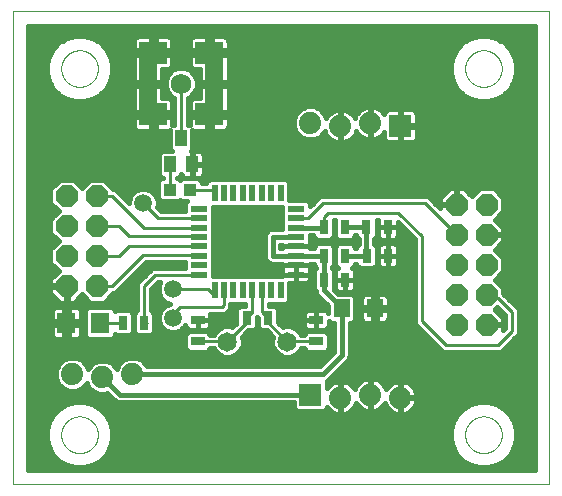
<source format=gtl>
G75*
%MOIN*%
%OFA0B0*%
%FSLAX25Y25*%
%IPPOS*%
%LPD*%
%AMOC8*
5,1,8,0,0,1.08239X$1,22.5*
%
%ADD10C,0.00000*%
%ADD11R,0.03150X0.04724*%
%ADD12R,0.04724X0.03150*%
%ADD13R,0.05512X0.06299*%
%ADD14R,0.06299X0.07098*%
%ADD15R,0.05800X0.02000*%
%ADD16R,0.02000X0.05800*%
%ADD17C,0.06811*%
%ADD18R,0.09252X0.07480*%
%ADD19R,0.05906X0.13386*%
%ADD20C,0.06500*%
%ADD21R,0.03937X0.05512*%
%ADD22R,0.04331X0.03937*%
%ADD23OC8,0.07400*%
%ADD24R,0.07400X0.07400*%
%ADD25C,0.07400*%
%ADD26C,0.01600*%
%ADD27C,0.01000*%
%ADD28C,0.05906*%
D10*
X0010461Y0098707D02*
X0010461Y0256364D01*
X0189025Y0256364D01*
X0189025Y0098707D01*
X0010461Y0098707D01*
X0026407Y0115186D02*
X0026409Y0115342D01*
X0026415Y0115498D01*
X0026425Y0115653D01*
X0026439Y0115808D01*
X0026457Y0115963D01*
X0026479Y0116117D01*
X0026504Y0116271D01*
X0026534Y0116424D01*
X0026568Y0116576D01*
X0026605Y0116728D01*
X0026646Y0116878D01*
X0026691Y0117027D01*
X0026740Y0117175D01*
X0026793Y0117322D01*
X0026849Y0117467D01*
X0026909Y0117611D01*
X0026973Y0117753D01*
X0027041Y0117894D01*
X0027112Y0118032D01*
X0027186Y0118169D01*
X0027264Y0118304D01*
X0027345Y0118437D01*
X0027430Y0118568D01*
X0027518Y0118697D01*
X0027609Y0118823D01*
X0027704Y0118947D01*
X0027801Y0119068D01*
X0027902Y0119187D01*
X0028006Y0119304D01*
X0028112Y0119417D01*
X0028222Y0119528D01*
X0028334Y0119636D01*
X0028449Y0119741D01*
X0028567Y0119844D01*
X0028687Y0119943D01*
X0028810Y0120039D01*
X0028935Y0120132D01*
X0029062Y0120221D01*
X0029192Y0120308D01*
X0029324Y0120391D01*
X0029458Y0120470D01*
X0029594Y0120547D01*
X0029732Y0120619D01*
X0029871Y0120689D01*
X0030013Y0120754D01*
X0030156Y0120816D01*
X0030300Y0120874D01*
X0030446Y0120929D01*
X0030594Y0120980D01*
X0030742Y0121027D01*
X0030892Y0121070D01*
X0031043Y0121109D01*
X0031195Y0121145D01*
X0031347Y0121176D01*
X0031501Y0121204D01*
X0031655Y0121228D01*
X0031809Y0121248D01*
X0031964Y0121264D01*
X0032120Y0121276D01*
X0032275Y0121284D01*
X0032431Y0121288D01*
X0032587Y0121288D01*
X0032743Y0121284D01*
X0032898Y0121276D01*
X0033054Y0121264D01*
X0033209Y0121248D01*
X0033363Y0121228D01*
X0033517Y0121204D01*
X0033671Y0121176D01*
X0033823Y0121145D01*
X0033975Y0121109D01*
X0034126Y0121070D01*
X0034276Y0121027D01*
X0034424Y0120980D01*
X0034572Y0120929D01*
X0034718Y0120874D01*
X0034862Y0120816D01*
X0035005Y0120754D01*
X0035147Y0120689D01*
X0035286Y0120619D01*
X0035424Y0120547D01*
X0035560Y0120470D01*
X0035694Y0120391D01*
X0035826Y0120308D01*
X0035956Y0120221D01*
X0036083Y0120132D01*
X0036208Y0120039D01*
X0036331Y0119943D01*
X0036451Y0119844D01*
X0036569Y0119741D01*
X0036684Y0119636D01*
X0036796Y0119528D01*
X0036906Y0119417D01*
X0037012Y0119304D01*
X0037116Y0119187D01*
X0037217Y0119068D01*
X0037314Y0118947D01*
X0037409Y0118823D01*
X0037500Y0118697D01*
X0037588Y0118568D01*
X0037673Y0118437D01*
X0037754Y0118304D01*
X0037832Y0118169D01*
X0037906Y0118032D01*
X0037977Y0117894D01*
X0038045Y0117753D01*
X0038109Y0117611D01*
X0038169Y0117467D01*
X0038225Y0117322D01*
X0038278Y0117175D01*
X0038327Y0117027D01*
X0038372Y0116878D01*
X0038413Y0116728D01*
X0038450Y0116576D01*
X0038484Y0116424D01*
X0038514Y0116271D01*
X0038539Y0116117D01*
X0038561Y0115963D01*
X0038579Y0115808D01*
X0038593Y0115653D01*
X0038603Y0115498D01*
X0038609Y0115342D01*
X0038611Y0115186D01*
X0038609Y0115030D01*
X0038603Y0114874D01*
X0038593Y0114719D01*
X0038579Y0114564D01*
X0038561Y0114409D01*
X0038539Y0114255D01*
X0038514Y0114101D01*
X0038484Y0113948D01*
X0038450Y0113796D01*
X0038413Y0113644D01*
X0038372Y0113494D01*
X0038327Y0113345D01*
X0038278Y0113197D01*
X0038225Y0113050D01*
X0038169Y0112905D01*
X0038109Y0112761D01*
X0038045Y0112619D01*
X0037977Y0112478D01*
X0037906Y0112340D01*
X0037832Y0112203D01*
X0037754Y0112068D01*
X0037673Y0111935D01*
X0037588Y0111804D01*
X0037500Y0111675D01*
X0037409Y0111549D01*
X0037314Y0111425D01*
X0037217Y0111304D01*
X0037116Y0111185D01*
X0037012Y0111068D01*
X0036906Y0110955D01*
X0036796Y0110844D01*
X0036684Y0110736D01*
X0036569Y0110631D01*
X0036451Y0110528D01*
X0036331Y0110429D01*
X0036208Y0110333D01*
X0036083Y0110240D01*
X0035956Y0110151D01*
X0035826Y0110064D01*
X0035694Y0109981D01*
X0035560Y0109902D01*
X0035424Y0109825D01*
X0035286Y0109753D01*
X0035147Y0109683D01*
X0035005Y0109618D01*
X0034862Y0109556D01*
X0034718Y0109498D01*
X0034572Y0109443D01*
X0034424Y0109392D01*
X0034276Y0109345D01*
X0034126Y0109302D01*
X0033975Y0109263D01*
X0033823Y0109227D01*
X0033671Y0109196D01*
X0033517Y0109168D01*
X0033363Y0109144D01*
X0033209Y0109124D01*
X0033054Y0109108D01*
X0032898Y0109096D01*
X0032743Y0109088D01*
X0032587Y0109084D01*
X0032431Y0109084D01*
X0032275Y0109088D01*
X0032120Y0109096D01*
X0031964Y0109108D01*
X0031809Y0109124D01*
X0031655Y0109144D01*
X0031501Y0109168D01*
X0031347Y0109196D01*
X0031195Y0109227D01*
X0031043Y0109263D01*
X0030892Y0109302D01*
X0030742Y0109345D01*
X0030594Y0109392D01*
X0030446Y0109443D01*
X0030300Y0109498D01*
X0030156Y0109556D01*
X0030013Y0109618D01*
X0029871Y0109683D01*
X0029732Y0109753D01*
X0029594Y0109825D01*
X0029458Y0109902D01*
X0029324Y0109981D01*
X0029192Y0110064D01*
X0029062Y0110151D01*
X0028935Y0110240D01*
X0028810Y0110333D01*
X0028687Y0110429D01*
X0028567Y0110528D01*
X0028449Y0110631D01*
X0028334Y0110736D01*
X0028222Y0110844D01*
X0028112Y0110955D01*
X0028006Y0111068D01*
X0027902Y0111185D01*
X0027801Y0111304D01*
X0027704Y0111425D01*
X0027609Y0111549D01*
X0027518Y0111675D01*
X0027430Y0111804D01*
X0027345Y0111935D01*
X0027264Y0112068D01*
X0027186Y0112203D01*
X0027112Y0112340D01*
X0027041Y0112478D01*
X0026973Y0112619D01*
X0026909Y0112761D01*
X0026849Y0112905D01*
X0026793Y0113050D01*
X0026740Y0113197D01*
X0026691Y0113345D01*
X0026646Y0113494D01*
X0026605Y0113644D01*
X0026568Y0113796D01*
X0026534Y0113948D01*
X0026504Y0114101D01*
X0026479Y0114255D01*
X0026457Y0114409D01*
X0026439Y0114564D01*
X0026425Y0114719D01*
X0026415Y0114874D01*
X0026409Y0115030D01*
X0026407Y0115186D01*
X0026407Y0237233D02*
X0026409Y0237389D01*
X0026415Y0237545D01*
X0026425Y0237700D01*
X0026439Y0237855D01*
X0026457Y0238010D01*
X0026479Y0238164D01*
X0026504Y0238318D01*
X0026534Y0238471D01*
X0026568Y0238623D01*
X0026605Y0238775D01*
X0026646Y0238925D01*
X0026691Y0239074D01*
X0026740Y0239222D01*
X0026793Y0239369D01*
X0026849Y0239514D01*
X0026909Y0239658D01*
X0026973Y0239800D01*
X0027041Y0239941D01*
X0027112Y0240079D01*
X0027186Y0240216D01*
X0027264Y0240351D01*
X0027345Y0240484D01*
X0027430Y0240615D01*
X0027518Y0240744D01*
X0027609Y0240870D01*
X0027704Y0240994D01*
X0027801Y0241115D01*
X0027902Y0241234D01*
X0028006Y0241351D01*
X0028112Y0241464D01*
X0028222Y0241575D01*
X0028334Y0241683D01*
X0028449Y0241788D01*
X0028567Y0241891D01*
X0028687Y0241990D01*
X0028810Y0242086D01*
X0028935Y0242179D01*
X0029062Y0242268D01*
X0029192Y0242355D01*
X0029324Y0242438D01*
X0029458Y0242517D01*
X0029594Y0242594D01*
X0029732Y0242666D01*
X0029871Y0242736D01*
X0030013Y0242801D01*
X0030156Y0242863D01*
X0030300Y0242921D01*
X0030446Y0242976D01*
X0030594Y0243027D01*
X0030742Y0243074D01*
X0030892Y0243117D01*
X0031043Y0243156D01*
X0031195Y0243192D01*
X0031347Y0243223D01*
X0031501Y0243251D01*
X0031655Y0243275D01*
X0031809Y0243295D01*
X0031964Y0243311D01*
X0032120Y0243323D01*
X0032275Y0243331D01*
X0032431Y0243335D01*
X0032587Y0243335D01*
X0032743Y0243331D01*
X0032898Y0243323D01*
X0033054Y0243311D01*
X0033209Y0243295D01*
X0033363Y0243275D01*
X0033517Y0243251D01*
X0033671Y0243223D01*
X0033823Y0243192D01*
X0033975Y0243156D01*
X0034126Y0243117D01*
X0034276Y0243074D01*
X0034424Y0243027D01*
X0034572Y0242976D01*
X0034718Y0242921D01*
X0034862Y0242863D01*
X0035005Y0242801D01*
X0035147Y0242736D01*
X0035286Y0242666D01*
X0035424Y0242594D01*
X0035560Y0242517D01*
X0035694Y0242438D01*
X0035826Y0242355D01*
X0035956Y0242268D01*
X0036083Y0242179D01*
X0036208Y0242086D01*
X0036331Y0241990D01*
X0036451Y0241891D01*
X0036569Y0241788D01*
X0036684Y0241683D01*
X0036796Y0241575D01*
X0036906Y0241464D01*
X0037012Y0241351D01*
X0037116Y0241234D01*
X0037217Y0241115D01*
X0037314Y0240994D01*
X0037409Y0240870D01*
X0037500Y0240744D01*
X0037588Y0240615D01*
X0037673Y0240484D01*
X0037754Y0240351D01*
X0037832Y0240216D01*
X0037906Y0240079D01*
X0037977Y0239941D01*
X0038045Y0239800D01*
X0038109Y0239658D01*
X0038169Y0239514D01*
X0038225Y0239369D01*
X0038278Y0239222D01*
X0038327Y0239074D01*
X0038372Y0238925D01*
X0038413Y0238775D01*
X0038450Y0238623D01*
X0038484Y0238471D01*
X0038514Y0238318D01*
X0038539Y0238164D01*
X0038561Y0238010D01*
X0038579Y0237855D01*
X0038593Y0237700D01*
X0038603Y0237545D01*
X0038609Y0237389D01*
X0038611Y0237233D01*
X0038609Y0237077D01*
X0038603Y0236921D01*
X0038593Y0236766D01*
X0038579Y0236611D01*
X0038561Y0236456D01*
X0038539Y0236302D01*
X0038514Y0236148D01*
X0038484Y0235995D01*
X0038450Y0235843D01*
X0038413Y0235691D01*
X0038372Y0235541D01*
X0038327Y0235392D01*
X0038278Y0235244D01*
X0038225Y0235097D01*
X0038169Y0234952D01*
X0038109Y0234808D01*
X0038045Y0234666D01*
X0037977Y0234525D01*
X0037906Y0234387D01*
X0037832Y0234250D01*
X0037754Y0234115D01*
X0037673Y0233982D01*
X0037588Y0233851D01*
X0037500Y0233722D01*
X0037409Y0233596D01*
X0037314Y0233472D01*
X0037217Y0233351D01*
X0037116Y0233232D01*
X0037012Y0233115D01*
X0036906Y0233002D01*
X0036796Y0232891D01*
X0036684Y0232783D01*
X0036569Y0232678D01*
X0036451Y0232575D01*
X0036331Y0232476D01*
X0036208Y0232380D01*
X0036083Y0232287D01*
X0035956Y0232198D01*
X0035826Y0232111D01*
X0035694Y0232028D01*
X0035560Y0231949D01*
X0035424Y0231872D01*
X0035286Y0231800D01*
X0035147Y0231730D01*
X0035005Y0231665D01*
X0034862Y0231603D01*
X0034718Y0231545D01*
X0034572Y0231490D01*
X0034424Y0231439D01*
X0034276Y0231392D01*
X0034126Y0231349D01*
X0033975Y0231310D01*
X0033823Y0231274D01*
X0033671Y0231243D01*
X0033517Y0231215D01*
X0033363Y0231191D01*
X0033209Y0231171D01*
X0033054Y0231155D01*
X0032898Y0231143D01*
X0032743Y0231135D01*
X0032587Y0231131D01*
X0032431Y0231131D01*
X0032275Y0231135D01*
X0032120Y0231143D01*
X0031964Y0231155D01*
X0031809Y0231171D01*
X0031655Y0231191D01*
X0031501Y0231215D01*
X0031347Y0231243D01*
X0031195Y0231274D01*
X0031043Y0231310D01*
X0030892Y0231349D01*
X0030742Y0231392D01*
X0030594Y0231439D01*
X0030446Y0231490D01*
X0030300Y0231545D01*
X0030156Y0231603D01*
X0030013Y0231665D01*
X0029871Y0231730D01*
X0029732Y0231800D01*
X0029594Y0231872D01*
X0029458Y0231949D01*
X0029324Y0232028D01*
X0029192Y0232111D01*
X0029062Y0232198D01*
X0028935Y0232287D01*
X0028810Y0232380D01*
X0028687Y0232476D01*
X0028567Y0232575D01*
X0028449Y0232678D01*
X0028334Y0232783D01*
X0028222Y0232891D01*
X0028112Y0233002D01*
X0028006Y0233115D01*
X0027902Y0233232D01*
X0027801Y0233351D01*
X0027704Y0233472D01*
X0027609Y0233596D01*
X0027518Y0233722D01*
X0027430Y0233851D01*
X0027345Y0233982D01*
X0027264Y0234115D01*
X0027186Y0234250D01*
X0027112Y0234387D01*
X0027041Y0234525D01*
X0026973Y0234666D01*
X0026909Y0234808D01*
X0026849Y0234952D01*
X0026793Y0235097D01*
X0026740Y0235244D01*
X0026691Y0235392D01*
X0026646Y0235541D01*
X0026605Y0235691D01*
X0026568Y0235843D01*
X0026534Y0235995D01*
X0026504Y0236148D01*
X0026479Y0236302D01*
X0026457Y0236456D01*
X0026439Y0236611D01*
X0026425Y0236766D01*
X0026415Y0236921D01*
X0026409Y0237077D01*
X0026407Y0237233D01*
X0161052Y0237233D02*
X0161054Y0237389D01*
X0161060Y0237545D01*
X0161070Y0237700D01*
X0161084Y0237855D01*
X0161102Y0238010D01*
X0161124Y0238164D01*
X0161149Y0238318D01*
X0161179Y0238471D01*
X0161213Y0238623D01*
X0161250Y0238775D01*
X0161291Y0238925D01*
X0161336Y0239074D01*
X0161385Y0239222D01*
X0161438Y0239369D01*
X0161494Y0239514D01*
X0161554Y0239658D01*
X0161618Y0239800D01*
X0161686Y0239941D01*
X0161757Y0240079D01*
X0161831Y0240216D01*
X0161909Y0240351D01*
X0161990Y0240484D01*
X0162075Y0240615D01*
X0162163Y0240744D01*
X0162254Y0240870D01*
X0162349Y0240994D01*
X0162446Y0241115D01*
X0162547Y0241234D01*
X0162651Y0241351D01*
X0162757Y0241464D01*
X0162867Y0241575D01*
X0162979Y0241683D01*
X0163094Y0241788D01*
X0163212Y0241891D01*
X0163332Y0241990D01*
X0163455Y0242086D01*
X0163580Y0242179D01*
X0163707Y0242268D01*
X0163837Y0242355D01*
X0163969Y0242438D01*
X0164103Y0242517D01*
X0164239Y0242594D01*
X0164377Y0242666D01*
X0164516Y0242736D01*
X0164658Y0242801D01*
X0164801Y0242863D01*
X0164945Y0242921D01*
X0165091Y0242976D01*
X0165239Y0243027D01*
X0165387Y0243074D01*
X0165537Y0243117D01*
X0165688Y0243156D01*
X0165840Y0243192D01*
X0165992Y0243223D01*
X0166146Y0243251D01*
X0166300Y0243275D01*
X0166454Y0243295D01*
X0166609Y0243311D01*
X0166765Y0243323D01*
X0166920Y0243331D01*
X0167076Y0243335D01*
X0167232Y0243335D01*
X0167388Y0243331D01*
X0167543Y0243323D01*
X0167699Y0243311D01*
X0167854Y0243295D01*
X0168008Y0243275D01*
X0168162Y0243251D01*
X0168316Y0243223D01*
X0168468Y0243192D01*
X0168620Y0243156D01*
X0168771Y0243117D01*
X0168921Y0243074D01*
X0169069Y0243027D01*
X0169217Y0242976D01*
X0169363Y0242921D01*
X0169507Y0242863D01*
X0169650Y0242801D01*
X0169792Y0242736D01*
X0169931Y0242666D01*
X0170069Y0242594D01*
X0170205Y0242517D01*
X0170339Y0242438D01*
X0170471Y0242355D01*
X0170601Y0242268D01*
X0170728Y0242179D01*
X0170853Y0242086D01*
X0170976Y0241990D01*
X0171096Y0241891D01*
X0171214Y0241788D01*
X0171329Y0241683D01*
X0171441Y0241575D01*
X0171551Y0241464D01*
X0171657Y0241351D01*
X0171761Y0241234D01*
X0171862Y0241115D01*
X0171959Y0240994D01*
X0172054Y0240870D01*
X0172145Y0240744D01*
X0172233Y0240615D01*
X0172318Y0240484D01*
X0172399Y0240351D01*
X0172477Y0240216D01*
X0172551Y0240079D01*
X0172622Y0239941D01*
X0172690Y0239800D01*
X0172754Y0239658D01*
X0172814Y0239514D01*
X0172870Y0239369D01*
X0172923Y0239222D01*
X0172972Y0239074D01*
X0173017Y0238925D01*
X0173058Y0238775D01*
X0173095Y0238623D01*
X0173129Y0238471D01*
X0173159Y0238318D01*
X0173184Y0238164D01*
X0173206Y0238010D01*
X0173224Y0237855D01*
X0173238Y0237700D01*
X0173248Y0237545D01*
X0173254Y0237389D01*
X0173256Y0237233D01*
X0173254Y0237077D01*
X0173248Y0236921D01*
X0173238Y0236766D01*
X0173224Y0236611D01*
X0173206Y0236456D01*
X0173184Y0236302D01*
X0173159Y0236148D01*
X0173129Y0235995D01*
X0173095Y0235843D01*
X0173058Y0235691D01*
X0173017Y0235541D01*
X0172972Y0235392D01*
X0172923Y0235244D01*
X0172870Y0235097D01*
X0172814Y0234952D01*
X0172754Y0234808D01*
X0172690Y0234666D01*
X0172622Y0234525D01*
X0172551Y0234387D01*
X0172477Y0234250D01*
X0172399Y0234115D01*
X0172318Y0233982D01*
X0172233Y0233851D01*
X0172145Y0233722D01*
X0172054Y0233596D01*
X0171959Y0233472D01*
X0171862Y0233351D01*
X0171761Y0233232D01*
X0171657Y0233115D01*
X0171551Y0233002D01*
X0171441Y0232891D01*
X0171329Y0232783D01*
X0171214Y0232678D01*
X0171096Y0232575D01*
X0170976Y0232476D01*
X0170853Y0232380D01*
X0170728Y0232287D01*
X0170601Y0232198D01*
X0170471Y0232111D01*
X0170339Y0232028D01*
X0170205Y0231949D01*
X0170069Y0231872D01*
X0169931Y0231800D01*
X0169792Y0231730D01*
X0169650Y0231665D01*
X0169507Y0231603D01*
X0169363Y0231545D01*
X0169217Y0231490D01*
X0169069Y0231439D01*
X0168921Y0231392D01*
X0168771Y0231349D01*
X0168620Y0231310D01*
X0168468Y0231274D01*
X0168316Y0231243D01*
X0168162Y0231215D01*
X0168008Y0231191D01*
X0167854Y0231171D01*
X0167699Y0231155D01*
X0167543Y0231143D01*
X0167388Y0231135D01*
X0167232Y0231131D01*
X0167076Y0231131D01*
X0166920Y0231135D01*
X0166765Y0231143D01*
X0166609Y0231155D01*
X0166454Y0231171D01*
X0166300Y0231191D01*
X0166146Y0231215D01*
X0165992Y0231243D01*
X0165840Y0231274D01*
X0165688Y0231310D01*
X0165537Y0231349D01*
X0165387Y0231392D01*
X0165239Y0231439D01*
X0165091Y0231490D01*
X0164945Y0231545D01*
X0164801Y0231603D01*
X0164658Y0231665D01*
X0164516Y0231730D01*
X0164377Y0231800D01*
X0164239Y0231872D01*
X0164103Y0231949D01*
X0163969Y0232028D01*
X0163837Y0232111D01*
X0163707Y0232198D01*
X0163580Y0232287D01*
X0163455Y0232380D01*
X0163332Y0232476D01*
X0163212Y0232575D01*
X0163094Y0232678D01*
X0162979Y0232783D01*
X0162867Y0232891D01*
X0162757Y0233002D01*
X0162651Y0233115D01*
X0162547Y0233232D01*
X0162446Y0233351D01*
X0162349Y0233472D01*
X0162254Y0233596D01*
X0162163Y0233722D01*
X0162075Y0233851D01*
X0161990Y0233982D01*
X0161909Y0234115D01*
X0161831Y0234250D01*
X0161757Y0234387D01*
X0161686Y0234525D01*
X0161618Y0234666D01*
X0161554Y0234808D01*
X0161494Y0234952D01*
X0161438Y0235097D01*
X0161385Y0235244D01*
X0161336Y0235392D01*
X0161291Y0235541D01*
X0161250Y0235691D01*
X0161213Y0235843D01*
X0161179Y0235995D01*
X0161149Y0236148D01*
X0161124Y0236302D01*
X0161102Y0236456D01*
X0161084Y0236611D01*
X0161070Y0236766D01*
X0161060Y0236921D01*
X0161054Y0237077D01*
X0161052Y0237233D01*
X0161052Y0115186D02*
X0161054Y0115342D01*
X0161060Y0115498D01*
X0161070Y0115653D01*
X0161084Y0115808D01*
X0161102Y0115963D01*
X0161124Y0116117D01*
X0161149Y0116271D01*
X0161179Y0116424D01*
X0161213Y0116576D01*
X0161250Y0116728D01*
X0161291Y0116878D01*
X0161336Y0117027D01*
X0161385Y0117175D01*
X0161438Y0117322D01*
X0161494Y0117467D01*
X0161554Y0117611D01*
X0161618Y0117753D01*
X0161686Y0117894D01*
X0161757Y0118032D01*
X0161831Y0118169D01*
X0161909Y0118304D01*
X0161990Y0118437D01*
X0162075Y0118568D01*
X0162163Y0118697D01*
X0162254Y0118823D01*
X0162349Y0118947D01*
X0162446Y0119068D01*
X0162547Y0119187D01*
X0162651Y0119304D01*
X0162757Y0119417D01*
X0162867Y0119528D01*
X0162979Y0119636D01*
X0163094Y0119741D01*
X0163212Y0119844D01*
X0163332Y0119943D01*
X0163455Y0120039D01*
X0163580Y0120132D01*
X0163707Y0120221D01*
X0163837Y0120308D01*
X0163969Y0120391D01*
X0164103Y0120470D01*
X0164239Y0120547D01*
X0164377Y0120619D01*
X0164516Y0120689D01*
X0164658Y0120754D01*
X0164801Y0120816D01*
X0164945Y0120874D01*
X0165091Y0120929D01*
X0165239Y0120980D01*
X0165387Y0121027D01*
X0165537Y0121070D01*
X0165688Y0121109D01*
X0165840Y0121145D01*
X0165992Y0121176D01*
X0166146Y0121204D01*
X0166300Y0121228D01*
X0166454Y0121248D01*
X0166609Y0121264D01*
X0166765Y0121276D01*
X0166920Y0121284D01*
X0167076Y0121288D01*
X0167232Y0121288D01*
X0167388Y0121284D01*
X0167543Y0121276D01*
X0167699Y0121264D01*
X0167854Y0121248D01*
X0168008Y0121228D01*
X0168162Y0121204D01*
X0168316Y0121176D01*
X0168468Y0121145D01*
X0168620Y0121109D01*
X0168771Y0121070D01*
X0168921Y0121027D01*
X0169069Y0120980D01*
X0169217Y0120929D01*
X0169363Y0120874D01*
X0169507Y0120816D01*
X0169650Y0120754D01*
X0169792Y0120689D01*
X0169931Y0120619D01*
X0170069Y0120547D01*
X0170205Y0120470D01*
X0170339Y0120391D01*
X0170471Y0120308D01*
X0170601Y0120221D01*
X0170728Y0120132D01*
X0170853Y0120039D01*
X0170976Y0119943D01*
X0171096Y0119844D01*
X0171214Y0119741D01*
X0171329Y0119636D01*
X0171441Y0119528D01*
X0171551Y0119417D01*
X0171657Y0119304D01*
X0171761Y0119187D01*
X0171862Y0119068D01*
X0171959Y0118947D01*
X0172054Y0118823D01*
X0172145Y0118697D01*
X0172233Y0118568D01*
X0172318Y0118437D01*
X0172399Y0118304D01*
X0172477Y0118169D01*
X0172551Y0118032D01*
X0172622Y0117894D01*
X0172690Y0117753D01*
X0172754Y0117611D01*
X0172814Y0117467D01*
X0172870Y0117322D01*
X0172923Y0117175D01*
X0172972Y0117027D01*
X0173017Y0116878D01*
X0173058Y0116728D01*
X0173095Y0116576D01*
X0173129Y0116424D01*
X0173159Y0116271D01*
X0173184Y0116117D01*
X0173206Y0115963D01*
X0173224Y0115808D01*
X0173238Y0115653D01*
X0173248Y0115498D01*
X0173254Y0115342D01*
X0173256Y0115186D01*
X0173254Y0115030D01*
X0173248Y0114874D01*
X0173238Y0114719D01*
X0173224Y0114564D01*
X0173206Y0114409D01*
X0173184Y0114255D01*
X0173159Y0114101D01*
X0173129Y0113948D01*
X0173095Y0113796D01*
X0173058Y0113644D01*
X0173017Y0113494D01*
X0172972Y0113345D01*
X0172923Y0113197D01*
X0172870Y0113050D01*
X0172814Y0112905D01*
X0172754Y0112761D01*
X0172690Y0112619D01*
X0172622Y0112478D01*
X0172551Y0112340D01*
X0172477Y0112203D01*
X0172399Y0112068D01*
X0172318Y0111935D01*
X0172233Y0111804D01*
X0172145Y0111675D01*
X0172054Y0111549D01*
X0171959Y0111425D01*
X0171862Y0111304D01*
X0171761Y0111185D01*
X0171657Y0111068D01*
X0171551Y0110955D01*
X0171441Y0110844D01*
X0171329Y0110736D01*
X0171214Y0110631D01*
X0171096Y0110528D01*
X0170976Y0110429D01*
X0170853Y0110333D01*
X0170728Y0110240D01*
X0170601Y0110151D01*
X0170471Y0110064D01*
X0170339Y0109981D01*
X0170205Y0109902D01*
X0170069Y0109825D01*
X0169931Y0109753D01*
X0169792Y0109683D01*
X0169650Y0109618D01*
X0169507Y0109556D01*
X0169363Y0109498D01*
X0169217Y0109443D01*
X0169069Y0109392D01*
X0168921Y0109345D01*
X0168771Y0109302D01*
X0168620Y0109263D01*
X0168468Y0109227D01*
X0168316Y0109196D01*
X0168162Y0109168D01*
X0168008Y0109144D01*
X0167854Y0109124D01*
X0167699Y0109108D01*
X0167543Y0109096D01*
X0167388Y0109088D01*
X0167232Y0109084D01*
X0167076Y0109084D01*
X0166920Y0109088D01*
X0166765Y0109096D01*
X0166609Y0109108D01*
X0166454Y0109124D01*
X0166300Y0109144D01*
X0166146Y0109168D01*
X0165992Y0109196D01*
X0165840Y0109227D01*
X0165688Y0109263D01*
X0165537Y0109302D01*
X0165387Y0109345D01*
X0165239Y0109392D01*
X0165091Y0109443D01*
X0164945Y0109498D01*
X0164801Y0109556D01*
X0164658Y0109618D01*
X0164516Y0109683D01*
X0164377Y0109753D01*
X0164239Y0109825D01*
X0164103Y0109902D01*
X0163969Y0109981D01*
X0163837Y0110064D01*
X0163707Y0110151D01*
X0163580Y0110240D01*
X0163455Y0110333D01*
X0163332Y0110429D01*
X0163212Y0110528D01*
X0163094Y0110631D01*
X0162979Y0110736D01*
X0162867Y0110844D01*
X0162757Y0110955D01*
X0162651Y0111068D01*
X0162547Y0111185D01*
X0162446Y0111304D01*
X0162349Y0111425D01*
X0162254Y0111549D01*
X0162163Y0111675D01*
X0162075Y0111804D01*
X0161990Y0111935D01*
X0161909Y0112068D01*
X0161831Y0112203D01*
X0161757Y0112340D01*
X0161686Y0112478D01*
X0161618Y0112619D01*
X0161554Y0112761D01*
X0161494Y0112905D01*
X0161438Y0113050D01*
X0161385Y0113197D01*
X0161336Y0113345D01*
X0161291Y0113494D01*
X0161250Y0113644D01*
X0161213Y0113796D01*
X0161179Y0113948D01*
X0161149Y0114101D01*
X0161124Y0114255D01*
X0161102Y0114409D01*
X0161084Y0114564D01*
X0161070Y0114719D01*
X0161060Y0114874D01*
X0161054Y0115030D01*
X0161052Y0115186D01*
D11*
X0121003Y0166859D03*
X0113916Y0166859D03*
X0113908Y0174809D03*
X0120994Y0174809D03*
X0128165Y0174807D03*
X0135252Y0174807D03*
X0135225Y0184265D03*
X0128139Y0184265D03*
X0120916Y0184290D03*
X0113829Y0184290D03*
X0095265Y0154093D03*
X0088178Y0154093D03*
X0054061Y0152469D03*
X0046974Y0152469D03*
D12*
X0071944Y0153360D03*
X0071944Y0146273D03*
X0111389Y0146266D03*
X0111389Y0153353D03*
D13*
X0119923Y0157298D03*
X0130946Y0157298D03*
D14*
X0039356Y0152458D03*
X0028159Y0152458D03*
D15*
X0072332Y0168502D03*
X0072332Y0171652D03*
X0072332Y0174802D03*
X0072332Y0177951D03*
X0072332Y0181101D03*
X0072332Y0184250D03*
X0072332Y0187400D03*
X0072332Y0190550D03*
X0104732Y0190550D03*
X0104732Y0187400D03*
X0104732Y0184250D03*
X0104732Y0181101D03*
X0104732Y0177951D03*
X0104732Y0174802D03*
X0104732Y0171652D03*
X0104732Y0168502D03*
D16*
X0099556Y0163326D03*
X0096406Y0163326D03*
X0093257Y0163326D03*
X0090107Y0163326D03*
X0086957Y0163326D03*
X0083808Y0163326D03*
X0080658Y0163326D03*
X0077509Y0163326D03*
X0077509Y0195726D03*
X0080658Y0195726D03*
X0083808Y0195726D03*
X0086957Y0195726D03*
X0090107Y0195726D03*
X0093257Y0195726D03*
X0096406Y0195726D03*
X0099556Y0195726D03*
D17*
X0066389Y0232234D03*
D18*
X0075739Y0242470D03*
X0057038Y0242470D03*
X0057038Y0221998D03*
X0075739Y0221998D03*
D19*
X0077412Y0232234D03*
X0055365Y0232234D03*
D20*
X0081823Y0146259D03*
X0101823Y0146259D03*
D21*
X0070107Y0205343D03*
X0062627Y0205343D03*
X0066367Y0214005D03*
D22*
X0069263Y0196926D03*
X0062570Y0196926D03*
D23*
X0038296Y0194753D03*
X0028296Y0194753D03*
X0028296Y0184753D03*
X0038296Y0184753D03*
X0038296Y0174753D03*
X0028296Y0174753D03*
X0028296Y0164753D03*
X0038296Y0164753D03*
X0158217Y0161879D03*
X0158217Y0171879D03*
X0158217Y0181879D03*
X0158217Y0191879D03*
X0168217Y0191879D03*
X0168217Y0181879D03*
X0168217Y0171879D03*
X0168217Y0161879D03*
X0168217Y0151879D03*
X0158217Y0151879D03*
D24*
X0109461Y0128560D03*
X0139461Y0218103D03*
D25*
X0129461Y0219103D03*
X0119461Y0218103D03*
X0109461Y0219103D03*
X0050146Y0135371D03*
X0040146Y0134371D03*
X0030146Y0135371D03*
X0119461Y0127560D03*
X0129461Y0128560D03*
X0139461Y0127560D03*
D26*
X0139228Y0127793D02*
X0139228Y0133060D01*
X0139029Y0133060D01*
X0138173Y0132924D01*
X0137350Y0132657D01*
X0136579Y0132264D01*
X0135878Y0131755D01*
X0135266Y0131143D01*
X0134757Y0130442D01*
X0134681Y0130293D01*
X0134558Y0130671D01*
X0134165Y0131442D01*
X0133657Y0132143D01*
X0133044Y0132755D01*
X0132344Y0133264D01*
X0131573Y0133657D01*
X0130749Y0133924D01*
X0129894Y0134060D01*
X0129695Y0134060D01*
X0129695Y0128793D01*
X0129228Y0128793D01*
X0129228Y0134060D01*
X0129029Y0134060D01*
X0128173Y0133924D01*
X0127350Y0133657D01*
X0126579Y0133264D01*
X0125878Y0132755D01*
X0125266Y0132143D01*
X0124757Y0131442D01*
X0124364Y0130671D01*
X0124242Y0130293D01*
X0124165Y0130442D01*
X0123657Y0131143D01*
X0123044Y0131755D01*
X0122344Y0132264D01*
X0121573Y0132657D01*
X0120749Y0132924D01*
X0119894Y0133060D01*
X0119695Y0133060D01*
X0119695Y0127793D01*
X0119228Y0127793D01*
X0119228Y0133060D01*
X0119029Y0133060D01*
X0118173Y0132924D01*
X0117350Y0132657D01*
X0116579Y0132264D01*
X0115878Y0131755D01*
X0115266Y0131143D01*
X0114961Y0130723D01*
X0114961Y0133005D01*
X0114882Y0133085D01*
X0115080Y0133167D01*
X0115811Y0133898D01*
X0122107Y0140193D01*
X0122502Y0141149D01*
X0122502Y0152348D01*
X0123424Y0152348D01*
X0124479Y0153402D01*
X0124479Y0161193D01*
X0123424Y0162247D01*
X0118650Y0162247D01*
X0117219Y0163679D01*
X0117291Y0163751D01*
X0117291Y0169967D01*
X0116516Y0170742D01*
X0116516Y0170935D01*
X0117283Y0171701D01*
X0117283Y0177917D01*
X0116228Y0178971D01*
X0111587Y0178971D01*
X0110533Y0177917D01*
X0110533Y0177402D01*
X0109432Y0177402D01*
X0109432Y0177951D01*
X0104732Y0177951D01*
X0100032Y0177951D01*
X0100032Y0177416D01*
X0099452Y0177416D01*
X0099452Y0178501D01*
X0100032Y0178501D01*
X0100032Y0177951D01*
X0104732Y0177951D01*
X0104732Y0177951D01*
X0104732Y0177951D01*
X0109432Y0177951D01*
X0109432Y0179188D01*
X0109397Y0179320D01*
X0109432Y0179355D01*
X0109432Y0181650D01*
X0110454Y0181650D01*
X0110454Y0181182D01*
X0111509Y0180128D01*
X0116150Y0180128D01*
X0117204Y0181182D01*
X0117204Y0186902D01*
X0117541Y0186902D01*
X0117541Y0181182D01*
X0118595Y0180128D01*
X0123236Y0180128D01*
X0124291Y0181182D01*
X0124291Y0181690D01*
X0124764Y0181690D01*
X0124764Y0181158D01*
X0125539Y0180383D01*
X0125539Y0178662D01*
X0124791Y0177914D01*
X0124791Y0177409D01*
X0124369Y0177409D01*
X0124369Y0177917D01*
X0123315Y0178971D01*
X0118674Y0178971D01*
X0117620Y0177917D01*
X0117620Y0171701D01*
X0118536Y0170785D01*
X0118323Y0170662D01*
X0117988Y0170326D01*
X0117751Y0169916D01*
X0117628Y0169458D01*
X0117628Y0166859D01*
X0117628Y0164260D01*
X0117751Y0163802D01*
X0117988Y0163392D01*
X0118323Y0163056D01*
X0118733Y0162820D01*
X0119191Y0162697D01*
X0121003Y0162697D01*
X0122815Y0162697D01*
X0123272Y0162820D01*
X0123683Y0163056D01*
X0124018Y0163392D01*
X0124255Y0163802D01*
X0124378Y0164260D01*
X0124378Y0166859D01*
X0124378Y0169458D01*
X0124255Y0169916D01*
X0124018Y0170326D01*
X0123683Y0170662D01*
X0123459Y0170791D01*
X0124369Y0171701D01*
X0124369Y0172209D01*
X0124791Y0172209D01*
X0124791Y0171699D01*
X0125845Y0170644D01*
X0130486Y0170644D01*
X0131540Y0171699D01*
X0131540Y0177914D01*
X0130739Y0178716D01*
X0130739Y0180383D01*
X0131513Y0181158D01*
X0131513Y0186902D01*
X0131860Y0186902D01*
X0131850Y0186865D01*
X0131850Y0184265D01*
X0131850Y0181666D01*
X0131973Y0181208D01*
X0132210Y0180798D01*
X0132545Y0180463D01*
X0132956Y0180226D01*
X0133413Y0180103D01*
X0135225Y0180103D01*
X0135225Y0184265D01*
X0135225Y0184265D01*
X0131850Y0184265D01*
X0135225Y0184265D01*
X0135225Y0184265D01*
X0135225Y0180103D01*
X0137037Y0180103D01*
X0137495Y0180226D01*
X0137905Y0180463D01*
X0138240Y0180798D01*
X0138477Y0181208D01*
X0138600Y0181666D01*
X0138600Y0184265D01*
X0135225Y0184265D01*
X0135225Y0184265D01*
X0138600Y0184265D01*
X0138600Y0186157D01*
X0144382Y0180375D01*
X0144382Y0152028D01*
X0152256Y0144154D01*
X0153603Y0142807D01*
X0172831Y0142807D01*
X0177556Y0147531D01*
X0178903Y0148879D01*
X0178903Y0157083D01*
X0174179Y0161808D01*
X0173717Y0162269D01*
X0173717Y0164157D01*
X0170995Y0166879D01*
X0173717Y0169601D01*
X0173717Y0174157D01*
X0170995Y0176879D01*
X0173717Y0179601D01*
X0173717Y0181645D01*
X0168451Y0181645D01*
X0168451Y0182112D01*
X0173717Y0182112D01*
X0173717Y0184157D01*
X0170995Y0186879D01*
X0173717Y0189601D01*
X0173717Y0194157D01*
X0170495Y0197379D01*
X0165939Y0197379D01*
X0163217Y0194657D01*
X0160495Y0197379D01*
X0158451Y0197379D01*
X0158451Y0192112D01*
X0157984Y0192112D01*
X0157984Y0191645D01*
X0152717Y0191645D01*
X0152717Y0190631D01*
X0148698Y0194651D01*
X0112658Y0194651D01*
X0111311Y0193304D01*
X0109432Y0191425D01*
X0109432Y0192295D01*
X0108378Y0193350D01*
X0102356Y0193350D01*
X0102356Y0199372D01*
X0101301Y0200426D01*
X0075763Y0200426D01*
X0074709Y0199372D01*
X0074709Y0199226D01*
X0073229Y0199226D01*
X0073229Y0199640D01*
X0072174Y0200694D01*
X0066352Y0200694D01*
X0065917Y0200259D01*
X0065481Y0200694D01*
X0064927Y0200694D01*
X0064927Y0200787D01*
X0065341Y0200787D01*
X0066395Y0201842D01*
X0066395Y0202139D01*
X0066461Y0201893D01*
X0066698Y0201482D01*
X0067033Y0201147D01*
X0067444Y0200910D01*
X0067902Y0200787D01*
X0069923Y0200787D01*
X0069923Y0205159D01*
X0070291Y0205159D01*
X0070291Y0200787D01*
X0072313Y0200787D01*
X0072770Y0200910D01*
X0073181Y0201147D01*
X0073516Y0201482D01*
X0073753Y0201893D01*
X0073876Y0202350D01*
X0073876Y0205159D01*
X0070291Y0205159D01*
X0070291Y0205528D01*
X0069923Y0205528D01*
X0069923Y0209899D01*
X0069531Y0209899D01*
X0070135Y0210503D01*
X0070135Y0216743D01*
X0070418Y0216580D01*
X0070876Y0216457D01*
X0074939Y0216457D01*
X0074939Y0221198D01*
X0069313Y0221198D01*
X0069313Y0218329D01*
X0069081Y0218561D01*
X0068689Y0218561D01*
X0068689Y0227552D01*
X0069337Y0227821D01*
X0070802Y0229285D01*
X0071594Y0231198D01*
X0071594Y0233269D01*
X0070802Y0235183D01*
X0069337Y0236647D01*
X0067424Y0237439D01*
X0065353Y0237439D01*
X0063440Y0236647D01*
X0061976Y0235183D01*
X0061183Y0233269D01*
X0061183Y0231198D01*
X0061976Y0229285D01*
X0063440Y0227821D01*
X0064089Y0227552D01*
X0064089Y0218561D01*
X0063653Y0218561D01*
X0063464Y0218372D01*
X0063464Y0221198D01*
X0057838Y0221198D01*
X0057838Y0222798D01*
X0063464Y0222798D01*
X0063464Y0225975D01*
X0063341Y0226433D01*
X0063105Y0226843D01*
X0062769Y0227178D01*
X0062359Y0227415D01*
X0061901Y0227538D01*
X0060118Y0227538D01*
X0060118Y0231557D01*
X0056041Y0231557D01*
X0056041Y0232910D01*
X0060118Y0232910D01*
X0060118Y0236930D01*
X0061901Y0236930D01*
X0062359Y0237053D01*
X0062769Y0237290D01*
X0063105Y0237625D01*
X0063341Y0238035D01*
X0063464Y0238493D01*
X0063464Y0241670D01*
X0057838Y0241670D01*
X0057838Y0243270D01*
X0056238Y0243270D01*
X0056238Y0241670D01*
X0050612Y0241670D01*
X0050612Y0232910D01*
X0054688Y0232910D01*
X0054688Y0231557D01*
X0050612Y0231557D01*
X0050612Y0225975D01*
X0050612Y0222798D01*
X0056238Y0222798D01*
X0056238Y0221198D01*
X0050612Y0221198D01*
X0050612Y0218020D01*
X0050735Y0217563D01*
X0050972Y0217152D01*
X0051307Y0216817D01*
X0051717Y0216580D01*
X0052175Y0216457D01*
X0056238Y0216457D01*
X0056238Y0221198D01*
X0057838Y0221198D01*
X0057838Y0216457D01*
X0061901Y0216457D01*
X0062359Y0216580D01*
X0062598Y0216718D01*
X0062598Y0210503D01*
X0063202Y0209899D01*
X0059913Y0209899D01*
X0058858Y0208845D01*
X0058858Y0201842D01*
X0059913Y0200787D01*
X0060327Y0200787D01*
X0060327Y0200694D01*
X0059660Y0200694D01*
X0058605Y0199640D01*
X0058605Y0194211D01*
X0059660Y0193157D01*
X0065481Y0193157D01*
X0065917Y0193593D01*
X0066352Y0193157D01*
X0068494Y0193157D01*
X0067632Y0192295D01*
X0067632Y0189700D01*
X0059672Y0189700D01*
X0058359Y0191014D01*
X0058521Y0191406D01*
X0058521Y0193297D01*
X0057798Y0195043D01*
X0056461Y0196380D01*
X0054714Y0197104D01*
X0052823Y0197104D01*
X0051076Y0196380D01*
X0049739Y0195043D01*
X0049016Y0193297D01*
X0049016Y0192483D01*
X0045793Y0195705D01*
X0044446Y0197053D01*
X0043774Y0197053D01*
X0040574Y0200253D01*
X0036018Y0200253D01*
X0033296Y0197531D01*
X0030574Y0200253D01*
X0026018Y0200253D01*
X0022796Y0197031D01*
X0022796Y0192475D01*
X0025518Y0189753D01*
X0022796Y0187031D01*
X0022796Y0182475D01*
X0025518Y0179753D01*
X0022796Y0177031D01*
X0022796Y0172475D01*
X0025518Y0169753D01*
X0022796Y0167031D01*
X0022796Y0164953D01*
X0028096Y0164953D01*
X0028096Y0164553D01*
X0022796Y0164553D01*
X0022796Y0162475D01*
X0026018Y0159253D01*
X0028096Y0159253D01*
X0028096Y0164553D01*
X0028496Y0164553D01*
X0028496Y0159253D01*
X0030574Y0159253D01*
X0033296Y0161975D01*
X0036018Y0159253D01*
X0040574Y0159253D01*
X0043774Y0162453D01*
X0044446Y0162453D01*
X0045793Y0163800D01*
X0045793Y0163800D01*
X0054721Y0172728D01*
X0067632Y0172728D01*
X0067632Y0170635D01*
X0056753Y0170635D01*
X0053108Y0166991D01*
X0051761Y0165644D01*
X0051761Y0156631D01*
X0051741Y0156631D01*
X0050686Y0155577D01*
X0050686Y0149361D01*
X0051741Y0148307D01*
X0056381Y0148307D01*
X0057436Y0149361D01*
X0057436Y0155577D01*
X0056381Y0156631D01*
X0056361Y0156631D01*
X0056361Y0163738D01*
X0058658Y0166035D01*
X0059471Y0166035D01*
X0058858Y0164556D01*
X0058858Y0162666D01*
X0059582Y0160919D01*
X0060919Y0159582D01*
X0062597Y0158887D01*
X0060919Y0158191D01*
X0059582Y0156854D01*
X0058858Y0155108D01*
X0058858Y0153217D01*
X0059582Y0151470D01*
X0060919Y0150133D01*
X0062666Y0149409D01*
X0064556Y0149409D01*
X0066303Y0150133D01*
X0067640Y0151470D01*
X0067782Y0151812D01*
X0067782Y0151548D01*
X0067905Y0151090D01*
X0068142Y0150680D01*
X0068477Y0150345D01*
X0068887Y0150108D01*
X0069345Y0149985D01*
X0071944Y0149985D01*
X0071944Y0153360D01*
X0076106Y0153360D01*
X0076106Y0155172D01*
X0076044Y0155406D01*
X0080881Y0155406D01*
X0082229Y0156753D01*
X0082811Y0157335D01*
X0082811Y0158626D01*
X0087807Y0158626D01*
X0087807Y0158255D01*
X0085858Y0158255D01*
X0084803Y0157201D01*
X0084803Y0152492D01*
X0083388Y0151077D01*
X0082827Y0151309D01*
X0080818Y0151309D01*
X0078962Y0150541D01*
X0077542Y0149120D01*
X0077315Y0148573D01*
X0076106Y0148573D01*
X0076106Y0148594D01*
X0075052Y0149648D01*
X0068836Y0149648D01*
X0067782Y0148594D01*
X0067782Y0143953D01*
X0068836Y0142898D01*
X0075052Y0142898D01*
X0076106Y0143953D01*
X0076106Y0143973D01*
X0077304Y0143973D01*
X0077542Y0143399D01*
X0078962Y0141978D01*
X0080818Y0141209D01*
X0082827Y0141209D01*
X0084683Y0141978D01*
X0086104Y0143399D01*
X0086873Y0145255D01*
X0086873Y0147264D01*
X0086641Y0147825D01*
X0088747Y0149931D01*
X0090498Y0149931D01*
X0091553Y0150985D01*
X0091553Y0154215D01*
X0091721Y0154384D01*
X0091890Y0154215D01*
X0091890Y0150985D01*
X0092944Y0149931D01*
X0094899Y0149931D01*
X0097005Y0147825D01*
X0096773Y0147264D01*
X0096773Y0145255D01*
X0097542Y0143399D01*
X0098962Y0141978D01*
X0100818Y0141209D01*
X0102827Y0141209D01*
X0104683Y0141978D01*
X0106104Y0143399D01*
X0106339Y0143966D01*
X0107227Y0143966D01*
X0107227Y0143946D01*
X0108281Y0142891D01*
X0114497Y0142891D01*
X0115551Y0143946D01*
X0115551Y0148587D01*
X0114497Y0149641D01*
X0108281Y0149641D01*
X0107227Y0148587D01*
X0107227Y0148566D01*
X0106333Y0148566D01*
X0106104Y0149120D01*
X0104683Y0150541D01*
X0102827Y0151309D01*
X0100818Y0151309D01*
X0100258Y0151077D01*
X0098639Y0152696D01*
X0098639Y0157201D01*
X0097585Y0158255D01*
X0095557Y0158255D01*
X0095557Y0158626D01*
X0101301Y0158626D01*
X0102356Y0159680D01*
X0102356Y0165702D01*
X0104732Y0165702D01*
X0104732Y0168502D01*
X0104732Y0168502D01*
X0100032Y0168502D01*
X0100032Y0168026D01*
X0077032Y0168026D01*
X0077032Y0191026D01*
X0100032Y0191026D01*
X0100032Y0183701D01*
X0096335Y0183701D01*
X0095380Y0183305D01*
X0094648Y0182574D01*
X0094252Y0181618D01*
X0094252Y0174299D01*
X0094648Y0173343D01*
X0095380Y0172612D01*
X0096335Y0172216D01*
X0100032Y0172216D01*
X0100032Y0171652D01*
X0104732Y0171652D01*
X0104732Y0171652D01*
X0100032Y0171652D01*
X0100032Y0170415D01*
X0100123Y0170077D01*
X0100032Y0169739D01*
X0100032Y0168502D01*
X0104732Y0168502D01*
X0104732Y0168502D01*
X0104732Y0165702D01*
X0107869Y0165702D01*
X0108327Y0165825D01*
X0108737Y0166062D01*
X0109073Y0166397D01*
X0109310Y0166808D01*
X0109432Y0167265D01*
X0109432Y0168502D01*
X0104732Y0168502D01*
X0104732Y0168502D01*
X0104732Y0168503D02*
X0104732Y0171652D01*
X0104732Y0171652D01*
X0104732Y0168852D01*
X0104732Y0168503D01*
X0104732Y0168503D01*
X0104732Y0168502D02*
X0109432Y0168502D01*
X0109432Y0169739D01*
X0109342Y0170077D01*
X0109432Y0170415D01*
X0109432Y0171652D01*
X0109432Y0172202D01*
X0110533Y0172202D01*
X0110533Y0171701D01*
X0111316Y0170918D01*
X0111316Y0170742D01*
X0110541Y0169967D01*
X0110541Y0163751D01*
X0111316Y0162976D01*
X0111316Y0162787D01*
X0111712Y0161832D01*
X0115367Y0158177D01*
X0115367Y0155729D01*
X0115192Y0156033D01*
X0114856Y0156368D01*
X0114446Y0156605D01*
X0113988Y0156728D01*
X0111389Y0156728D01*
X0108790Y0156728D01*
X0108332Y0156605D01*
X0107922Y0156368D01*
X0107586Y0156033D01*
X0107349Y0155622D01*
X0107227Y0155165D01*
X0107227Y0153353D01*
X0111389Y0153353D01*
X0111389Y0153353D01*
X0111389Y0156728D01*
X0111389Y0153353D01*
X0111389Y0153353D01*
X0107227Y0153353D01*
X0107227Y0151541D01*
X0107349Y0151083D01*
X0107586Y0150673D01*
X0107922Y0150338D01*
X0108332Y0150101D01*
X0108790Y0149978D01*
X0111389Y0149978D01*
X0113988Y0149978D01*
X0114446Y0150101D01*
X0114856Y0150338D01*
X0115192Y0150673D01*
X0115429Y0151083D01*
X0115551Y0151541D01*
X0115551Y0153218D01*
X0116421Y0152348D01*
X0117302Y0152348D01*
X0117302Y0142743D01*
X0112530Y0137971D01*
X0055023Y0137971D01*
X0054809Y0138486D01*
X0053262Y0140034D01*
X0051240Y0140871D01*
X0049052Y0140871D01*
X0047031Y0140034D01*
X0045484Y0138486D01*
X0044939Y0137172D01*
X0044809Y0137486D01*
X0043262Y0139034D01*
X0041240Y0139871D01*
X0039052Y0139871D01*
X0037031Y0139034D01*
X0035484Y0137486D01*
X0035354Y0137172D01*
X0034809Y0138486D01*
X0033262Y0140034D01*
X0031240Y0140871D01*
X0029052Y0140871D01*
X0027031Y0140034D01*
X0025484Y0138486D01*
X0024646Y0136465D01*
X0024646Y0134277D01*
X0025484Y0132255D01*
X0027031Y0130708D01*
X0029052Y0129871D01*
X0031240Y0129871D01*
X0033262Y0130708D01*
X0034809Y0132255D01*
X0034939Y0132570D01*
X0035484Y0131255D01*
X0037031Y0129708D01*
X0039052Y0128871D01*
X0041240Y0128871D01*
X0041756Y0129084D01*
X0044485Y0126356D01*
X0045440Y0125960D01*
X0103961Y0125960D01*
X0103961Y0124114D01*
X0105016Y0123060D01*
X0113907Y0123060D01*
X0114961Y0124114D01*
X0114961Y0124396D01*
X0115266Y0123977D01*
X0115878Y0123365D01*
X0116579Y0122856D01*
X0117350Y0122463D01*
X0118173Y0122195D01*
X0119029Y0122060D01*
X0119228Y0122060D01*
X0119228Y0127326D01*
X0119695Y0127326D01*
X0119695Y0122060D01*
X0119894Y0122060D01*
X0120749Y0122195D01*
X0121573Y0122463D01*
X0122344Y0122856D01*
X0123044Y0123365D01*
X0123657Y0123977D01*
X0124165Y0124677D01*
X0124558Y0125449D01*
X0124681Y0125827D01*
X0124757Y0125677D01*
X0125266Y0124977D01*
X0125878Y0124365D01*
X0126579Y0123856D01*
X0127350Y0123463D01*
X0123143Y0123463D01*
X0124361Y0125061D02*
X0125205Y0125061D01*
X0127350Y0123463D02*
X0128173Y0123195D01*
X0129029Y0123060D01*
X0129228Y0123060D01*
X0129228Y0128326D01*
X0129695Y0128326D01*
X0129695Y0123060D01*
X0129894Y0123060D01*
X0130749Y0123195D01*
X0131573Y0123463D01*
X0135780Y0123463D01*
X0135878Y0123365D02*
X0136579Y0122856D01*
X0137350Y0122463D01*
X0138173Y0122195D01*
X0139029Y0122060D01*
X0139228Y0122060D01*
X0139228Y0127326D01*
X0139695Y0127326D01*
X0139695Y0122060D01*
X0139894Y0122060D01*
X0140749Y0122195D01*
X0141573Y0122463D01*
X0142344Y0122856D01*
X0143044Y0123365D01*
X0143657Y0123977D01*
X0144165Y0124677D01*
X0144558Y0125449D01*
X0144826Y0126272D01*
X0144961Y0127127D01*
X0144961Y0127326D01*
X0139695Y0127326D01*
X0139695Y0127793D01*
X0144961Y0127793D01*
X0144961Y0127993D01*
X0144826Y0128848D01*
X0144558Y0129671D01*
X0144165Y0130442D01*
X0143657Y0131143D01*
X0143044Y0131755D01*
X0142344Y0132264D01*
X0141573Y0132657D01*
X0140749Y0132924D01*
X0139894Y0133060D01*
X0139695Y0133060D01*
X0139695Y0127793D01*
X0139228Y0127793D01*
X0139228Y0128258D02*
X0139695Y0128258D01*
X0139695Y0126660D02*
X0139228Y0126660D01*
X0139228Y0125061D02*
X0139695Y0125061D01*
X0139695Y0123463D02*
X0139228Y0123463D01*
X0135878Y0123365D02*
X0135266Y0123977D01*
X0134757Y0124677D01*
X0134364Y0125449D01*
X0134242Y0125827D01*
X0134165Y0125677D01*
X0133657Y0124977D01*
X0133044Y0124365D01*
X0132344Y0123856D01*
X0131573Y0123463D01*
X0129695Y0123463D02*
X0129228Y0123463D01*
X0129228Y0125061D02*
X0129695Y0125061D01*
X0129695Y0126660D02*
X0129228Y0126660D01*
X0129228Y0128258D02*
X0129695Y0128258D01*
X0129695Y0129857D02*
X0129228Y0129857D01*
X0129228Y0131455D02*
X0129695Y0131455D01*
X0129695Y0133054D02*
X0129228Y0133054D01*
X0126290Y0133054D02*
X0119931Y0133054D01*
X0119695Y0133054D02*
X0119228Y0133054D01*
X0118991Y0133054D02*
X0114913Y0133054D01*
X0114961Y0131455D02*
X0115579Y0131455D01*
X0116566Y0134652D02*
X0184225Y0134652D01*
X0184225Y0133054D02*
X0139931Y0133054D01*
X0139695Y0133054D02*
X0139228Y0133054D01*
X0138991Y0133054D02*
X0132633Y0133054D01*
X0134156Y0131455D02*
X0135579Y0131455D01*
X0139228Y0131455D02*
X0139695Y0131455D01*
X0139695Y0129857D02*
X0139228Y0129857D01*
X0143344Y0131455D02*
X0184225Y0131455D01*
X0184225Y0129857D02*
X0144464Y0129857D01*
X0144919Y0128258D02*
X0184225Y0128258D01*
X0184225Y0126660D02*
X0144887Y0126660D01*
X0144361Y0125061D02*
X0162455Y0125061D01*
X0162946Y0125345D02*
X0160460Y0123910D01*
X0158430Y0121880D01*
X0156995Y0119394D01*
X0156252Y0116621D01*
X0156252Y0113750D01*
X0156995Y0110978D01*
X0158430Y0108492D01*
X0160460Y0106462D01*
X0162946Y0105026D01*
X0165719Y0104283D01*
X0168590Y0104283D01*
X0171362Y0105026D01*
X0173849Y0106462D01*
X0175878Y0108492D01*
X0177314Y0110978D01*
X0178057Y0113750D01*
X0178057Y0116621D01*
X0177314Y0119394D01*
X0175878Y0121880D01*
X0173849Y0123910D01*
X0171362Y0125345D01*
X0168590Y0126088D01*
X0165719Y0126088D01*
X0162946Y0125345D01*
X0160013Y0123463D02*
X0143143Y0123463D01*
X0134562Y0125061D02*
X0133718Y0125061D01*
X0124767Y0131455D02*
X0123344Y0131455D01*
X0119695Y0131455D02*
X0119228Y0131455D01*
X0119228Y0129857D02*
X0119695Y0129857D01*
X0119695Y0128258D02*
X0119228Y0128258D01*
X0119228Y0126660D02*
X0119695Y0126660D01*
X0119695Y0125061D02*
X0119228Y0125061D01*
X0119228Y0123463D02*
X0119695Y0123463D01*
X0115780Y0123463D02*
X0114310Y0123463D01*
X0109461Y0128560D02*
X0045957Y0128560D01*
X0040146Y0134371D01*
X0038032Y0139448D02*
X0033847Y0139448D01*
X0035073Y0137849D02*
X0035847Y0137849D01*
X0035401Y0131455D02*
X0034009Y0131455D01*
X0036882Y0129857D02*
X0015261Y0129857D01*
X0015261Y0131455D02*
X0026284Y0131455D01*
X0025153Y0133054D02*
X0015261Y0133054D01*
X0015261Y0134652D02*
X0024646Y0134652D01*
X0024646Y0136251D02*
X0015261Y0136251D01*
X0015261Y0137849D02*
X0025220Y0137849D01*
X0026445Y0139448D02*
X0015261Y0139448D01*
X0015261Y0141047D02*
X0115606Y0141047D01*
X0117204Y0142645D02*
X0105350Y0142645D01*
X0113607Y0135371D02*
X0050146Y0135371D01*
X0046445Y0139448D02*
X0042261Y0139448D01*
X0044446Y0137849D02*
X0045220Y0137849D01*
X0053847Y0139448D02*
X0114007Y0139448D01*
X0113607Y0135371D02*
X0119902Y0141666D01*
X0119902Y0157277D01*
X0119923Y0157298D01*
X0113916Y0163304D01*
X0113916Y0166859D01*
X0113916Y0174809D01*
X0113908Y0174809D01*
X0113908Y0174802D01*
X0104732Y0174802D01*
X0104732Y0174816D01*
X0096852Y0174816D01*
X0096852Y0181101D01*
X0104732Y0181101D01*
X0104732Y0184250D02*
X0113829Y0184250D01*
X0113829Y0184290D01*
X0117204Y0184206D02*
X0117541Y0184206D01*
X0117541Y0182608D02*
X0117204Y0182608D01*
X0117031Y0181009D02*
X0117714Y0181009D01*
X0117620Y0177812D02*
X0117283Y0177812D01*
X0117283Y0176214D02*
X0117620Y0176214D01*
X0117620Y0174615D02*
X0117283Y0174615D01*
X0117283Y0173017D02*
X0117620Y0173017D01*
X0117903Y0171418D02*
X0117000Y0171418D01*
X0117291Y0169820D02*
X0117725Y0169820D01*
X0117628Y0168221D02*
X0117291Y0168221D01*
X0117628Y0166859D02*
X0121003Y0166859D01*
X0121003Y0166859D01*
X0124378Y0166859D01*
X0121003Y0166859D01*
X0121003Y0162697D01*
X0121003Y0166859D01*
X0121003Y0166859D01*
X0117628Y0166859D01*
X0117628Y0166623D02*
X0117291Y0166623D01*
X0117291Y0165024D02*
X0117628Y0165024D01*
X0117472Y0163426D02*
X0117968Y0163426D01*
X0121003Y0163426D02*
X0121003Y0163426D01*
X0121003Y0165024D02*
X0121003Y0165024D01*
X0121003Y0166623D02*
X0121003Y0166623D01*
X0121003Y0166859D02*
X0121003Y0166859D01*
X0124378Y0166623D02*
X0144382Y0166623D01*
X0144382Y0168221D02*
X0124378Y0168221D01*
X0124281Y0169820D02*
X0144382Y0169820D01*
X0144382Y0171418D02*
X0138313Y0171418D01*
X0138267Y0171339D02*
X0138504Y0171750D01*
X0138627Y0172208D01*
X0138627Y0174807D01*
X0138627Y0177406D01*
X0138504Y0177864D01*
X0138267Y0178274D01*
X0137932Y0178609D01*
X0137522Y0178846D01*
X0137064Y0178969D01*
X0135252Y0178969D01*
X0135252Y0174807D01*
X0135252Y0174807D01*
X0135252Y0178969D01*
X0133440Y0178969D01*
X0132982Y0178846D01*
X0132572Y0178609D01*
X0132237Y0178274D01*
X0132000Y0177864D01*
X0131877Y0177406D01*
X0131877Y0174807D01*
X0135252Y0174807D01*
X0138627Y0174807D01*
X0135252Y0174807D01*
X0135252Y0174807D01*
X0135252Y0174807D01*
X0131877Y0174807D01*
X0131877Y0172208D01*
X0132000Y0171750D01*
X0132237Y0171339D01*
X0132572Y0171004D01*
X0132982Y0170767D01*
X0133440Y0170644D01*
X0135252Y0170644D01*
X0137064Y0170644D01*
X0137522Y0170767D01*
X0137932Y0171004D01*
X0138267Y0171339D01*
X0138627Y0173017D02*
X0144382Y0173017D01*
X0144382Y0174615D02*
X0138627Y0174615D01*
X0138627Y0176214D02*
X0144382Y0176214D01*
X0144382Y0177812D02*
X0138518Y0177812D01*
X0138362Y0181009D02*
X0143747Y0181009D01*
X0144382Y0179411D02*
X0130739Y0179411D01*
X0131365Y0181009D02*
X0132088Y0181009D01*
X0131850Y0182608D02*
X0131513Y0182608D01*
X0131513Y0184206D02*
X0131850Y0184206D01*
X0131850Y0185805D02*
X0131513Y0185805D01*
X0128139Y0184290D02*
X0128139Y0184265D01*
X0128139Y0174807D01*
X0128165Y0174807D01*
X0128165Y0174809D01*
X0120994Y0174809D01*
X0124369Y0177812D02*
X0124791Y0177812D01*
X0125539Y0179411D02*
X0109432Y0179411D01*
X0109432Y0181009D02*
X0110627Y0181009D01*
X0110533Y0177812D02*
X0109432Y0177812D01*
X0109432Y0171652D02*
X0104732Y0171652D01*
X0104732Y0171652D01*
X0109432Y0171652D01*
X0109432Y0171418D02*
X0110816Y0171418D01*
X0110541Y0169820D02*
X0109411Y0169820D01*
X0109432Y0168221D02*
X0110541Y0168221D01*
X0110541Y0166623D02*
X0109203Y0166623D01*
X0110541Y0165024D02*
X0102356Y0165024D01*
X0102356Y0163426D02*
X0110867Y0163426D01*
X0111716Y0161827D02*
X0102356Y0161827D01*
X0102356Y0160229D02*
X0113315Y0160229D01*
X0114913Y0158630D02*
X0101306Y0158630D01*
X0098639Y0157032D02*
X0115367Y0157032D01*
X0111389Y0155433D02*
X0111389Y0155433D01*
X0111389Y0153835D02*
X0111389Y0153835D01*
X0111389Y0153353D02*
X0111389Y0149978D01*
X0111389Y0153353D01*
X0111389Y0153353D01*
X0111389Y0152236D02*
X0111389Y0152236D01*
X0111389Y0150638D02*
X0111389Y0150638D01*
X0115156Y0150638D02*
X0117302Y0150638D01*
X0117302Y0152236D02*
X0115551Y0152236D01*
X0115099Y0149039D02*
X0117302Y0149039D01*
X0117302Y0147441D02*
X0115551Y0147441D01*
X0115551Y0145842D02*
X0117302Y0145842D01*
X0117302Y0144244D02*
X0115551Y0144244D01*
X0122502Y0144244D02*
X0152167Y0144244D01*
X0150568Y0145842D02*
X0122502Y0145842D01*
X0122502Y0147441D02*
X0148970Y0147441D01*
X0147371Y0149039D02*
X0122502Y0149039D01*
X0122502Y0150638D02*
X0145773Y0150638D01*
X0144382Y0152236D02*
X0122502Y0152236D01*
X0124479Y0153835D02*
X0126411Y0153835D01*
X0126391Y0153911D02*
X0126513Y0153453D01*
X0126750Y0153043D01*
X0127085Y0152708D01*
X0127496Y0152471D01*
X0127954Y0152348D01*
X0130368Y0152348D01*
X0130368Y0156720D01*
X0126391Y0156720D01*
X0126391Y0153911D01*
X0126391Y0155433D02*
X0124479Y0155433D01*
X0124479Y0157032D02*
X0130368Y0157032D01*
X0130368Y0156720D02*
X0130368Y0157876D01*
X0126391Y0157876D01*
X0126391Y0160684D01*
X0126513Y0161142D01*
X0126750Y0161552D01*
X0127085Y0161888D01*
X0127496Y0162125D01*
X0127954Y0162247D01*
X0130368Y0162247D01*
X0130368Y0157876D01*
X0131524Y0157876D01*
X0131524Y0162247D01*
X0133939Y0162247D01*
X0134397Y0162125D01*
X0134808Y0161888D01*
X0135143Y0161552D01*
X0135380Y0161142D01*
X0135502Y0160684D01*
X0135502Y0157876D01*
X0131524Y0157876D01*
X0131524Y0156720D01*
X0131524Y0152348D01*
X0133939Y0152348D01*
X0134397Y0152471D01*
X0134808Y0152708D01*
X0135143Y0153043D01*
X0135380Y0153453D01*
X0135502Y0153911D01*
X0135502Y0156720D01*
X0131524Y0156720D01*
X0130368Y0156720D01*
X0131524Y0157032D02*
X0144382Y0157032D01*
X0144382Y0158630D02*
X0135502Y0158630D01*
X0135502Y0160229D02*
X0144382Y0160229D01*
X0144382Y0161827D02*
X0134868Y0161827D01*
X0131524Y0161827D02*
X0130368Y0161827D01*
X0130368Y0160229D02*
X0131524Y0160229D01*
X0131524Y0158630D02*
X0130368Y0158630D01*
X0130368Y0155433D02*
X0131524Y0155433D01*
X0131524Y0153835D02*
X0130368Y0153835D01*
X0135482Y0153835D02*
X0144382Y0153835D01*
X0144382Y0155433D02*
X0135502Y0155433D01*
X0126391Y0158630D02*
X0124479Y0158630D01*
X0124479Y0160229D02*
X0126391Y0160229D01*
X0127025Y0161827D02*
X0123844Y0161827D01*
X0124038Y0163426D02*
X0144382Y0163426D01*
X0144382Y0165024D02*
X0124378Y0165024D01*
X0124086Y0171418D02*
X0125071Y0171418D01*
X0131259Y0171418D02*
X0132191Y0171418D01*
X0131877Y0173017D02*
X0131540Y0173017D01*
X0131540Y0174615D02*
X0131877Y0174615D01*
X0131877Y0176214D02*
X0131540Y0176214D01*
X0131540Y0177812D02*
X0131986Y0177812D01*
X0135252Y0177812D02*
X0135252Y0177812D01*
X0135252Y0176214D02*
X0135252Y0176214D01*
X0135252Y0174807D02*
X0135252Y0170644D01*
X0135252Y0174807D01*
X0135252Y0174807D01*
X0135252Y0174615D02*
X0135252Y0174615D01*
X0135252Y0173017D02*
X0135252Y0173017D01*
X0135252Y0171418D02*
X0135252Y0171418D01*
X0135225Y0181009D02*
X0135225Y0181009D01*
X0135225Y0182608D02*
X0135225Y0182608D01*
X0135225Y0184206D02*
X0135225Y0184206D01*
X0138600Y0184206D02*
X0140550Y0184206D01*
X0138952Y0185805D02*
X0138600Y0185805D01*
X0138600Y0182608D02*
X0142149Y0182608D01*
X0151150Y0192199D02*
X0152717Y0192199D01*
X0152717Y0192112D02*
X0157984Y0192112D01*
X0157984Y0197379D01*
X0155939Y0197379D01*
X0152717Y0194157D01*
X0152717Y0192112D01*
X0152717Y0193797D02*
X0149551Y0193797D01*
X0153956Y0195396D02*
X0102356Y0195396D01*
X0102356Y0196994D02*
X0155555Y0196994D01*
X0157984Y0196994D02*
X0158451Y0196994D01*
X0158451Y0195396D02*
X0157984Y0195396D01*
X0157984Y0193797D02*
X0158451Y0193797D01*
X0158451Y0192199D02*
X0157984Y0192199D01*
X0162478Y0195396D02*
X0163956Y0195396D01*
X0165555Y0196994D02*
X0160880Y0196994D01*
X0170880Y0196994D02*
X0184225Y0196994D01*
X0184225Y0195396D02*
X0172478Y0195396D01*
X0173717Y0193797D02*
X0184225Y0193797D01*
X0184225Y0192199D02*
X0173717Y0192199D01*
X0173717Y0190600D02*
X0184225Y0190600D01*
X0184225Y0189002D02*
X0173119Y0189002D01*
X0171520Y0187403D02*
X0184225Y0187403D01*
X0184225Y0185805D02*
X0172069Y0185805D01*
X0173668Y0184206D02*
X0184225Y0184206D01*
X0184225Y0182608D02*
X0173717Y0182608D01*
X0173717Y0181009D02*
X0184225Y0181009D01*
X0184225Y0179411D02*
X0173528Y0179411D01*
X0171929Y0177812D02*
X0184225Y0177812D01*
X0184225Y0176214D02*
X0171660Y0176214D01*
X0173259Y0174615D02*
X0184225Y0174615D01*
X0184225Y0173017D02*
X0173717Y0173017D01*
X0173717Y0171418D02*
X0184225Y0171418D01*
X0184225Y0169820D02*
X0173717Y0169820D01*
X0172338Y0168221D02*
X0184225Y0168221D01*
X0184225Y0166623D02*
X0171252Y0166623D01*
X0172850Y0165024D02*
X0184225Y0165024D01*
X0184225Y0163426D02*
X0173717Y0163426D01*
X0174159Y0161827D02*
X0184225Y0161827D01*
X0184225Y0160229D02*
X0175758Y0160229D01*
X0177356Y0158630D02*
X0184225Y0158630D01*
X0184225Y0157032D02*
X0178903Y0157032D01*
X0178903Y0155433D02*
X0184225Y0155433D01*
X0184225Y0153835D02*
X0178903Y0153835D01*
X0178903Y0152236D02*
X0184225Y0152236D01*
X0184225Y0150638D02*
X0178903Y0150638D01*
X0178903Y0149039D02*
X0184225Y0149039D01*
X0184225Y0147441D02*
X0177465Y0147441D01*
X0175866Y0145842D02*
X0184225Y0145842D01*
X0184225Y0144244D02*
X0174268Y0144244D01*
X0173717Y0150198D02*
X0173717Y0151645D01*
X0168451Y0151645D01*
X0168451Y0152112D01*
X0173717Y0152112D01*
X0173717Y0154157D01*
X0170995Y0156879D01*
X0171799Y0157682D01*
X0174303Y0155178D01*
X0174303Y0150784D01*
X0173717Y0150198D01*
X0173717Y0150638D02*
X0174157Y0150638D01*
X0174303Y0152236D02*
X0173717Y0152236D01*
X0173717Y0153835D02*
X0174303Y0153835D01*
X0174048Y0155433D02*
X0172441Y0155433D01*
X0172450Y0157032D02*
X0171148Y0157032D01*
X0184225Y0142645D02*
X0122502Y0142645D01*
X0122460Y0141047D02*
X0184225Y0141047D01*
X0184225Y0139448D02*
X0121361Y0139448D01*
X0119763Y0137849D02*
X0184225Y0137849D01*
X0184225Y0136251D02*
X0118164Y0136251D01*
X0107679Y0149039D02*
X0106138Y0149039D01*
X0107622Y0150638D02*
X0104449Y0150638D01*
X0107227Y0152236D02*
X0099099Y0152236D01*
X0098639Y0153835D02*
X0107227Y0153835D01*
X0107299Y0155433D02*
X0098639Y0155433D01*
X0091890Y0153835D02*
X0091553Y0153835D01*
X0091553Y0152236D02*
X0091890Y0152236D01*
X0092237Y0150638D02*
X0091205Y0150638D01*
X0087855Y0149039D02*
X0095791Y0149039D01*
X0096846Y0147441D02*
X0086800Y0147441D01*
X0086873Y0145842D02*
X0096773Y0145842D01*
X0097192Y0144244D02*
X0086454Y0144244D01*
X0085350Y0142645D02*
X0098295Y0142645D01*
X0084547Y0152236D02*
X0076106Y0152236D01*
X0076106Y0151548D02*
X0076106Y0153360D01*
X0071944Y0153360D01*
X0071944Y0153360D01*
X0071944Y0153360D01*
X0071944Y0149985D01*
X0074543Y0149985D01*
X0075001Y0150108D01*
X0075412Y0150345D01*
X0075747Y0150680D01*
X0075984Y0151090D01*
X0076106Y0151548D01*
X0075704Y0150638D02*
X0079196Y0150638D01*
X0077508Y0149039D02*
X0075661Y0149039D01*
X0071944Y0150638D02*
X0071944Y0150638D01*
X0071944Y0152236D02*
X0071944Y0152236D01*
X0068184Y0150638D02*
X0066808Y0150638D01*
X0068227Y0149039D02*
X0057114Y0149039D01*
X0057436Y0150638D02*
X0060414Y0150638D01*
X0059264Y0152236D02*
X0057436Y0152236D01*
X0057436Y0153835D02*
X0058858Y0153835D01*
X0058993Y0155433D02*
X0057436Y0155433D01*
X0056361Y0157032D02*
X0059759Y0157032D01*
X0061978Y0158630D02*
X0056361Y0158630D01*
X0056361Y0160229D02*
X0060272Y0160229D01*
X0059206Y0161827D02*
X0056361Y0161827D01*
X0056361Y0163426D02*
X0058858Y0163426D01*
X0059052Y0165024D02*
X0057647Y0165024D01*
X0054339Y0168221D02*
X0050214Y0168221D01*
X0048616Y0166623D02*
X0052740Y0166623D01*
X0051761Y0165024D02*
X0047017Y0165024D01*
X0045419Y0163426D02*
X0051761Y0163426D01*
X0051761Y0161827D02*
X0043149Y0161827D01*
X0041550Y0160229D02*
X0051761Y0160229D01*
X0051761Y0158630D02*
X0015261Y0158630D01*
X0015261Y0157032D02*
X0023522Y0157032D01*
X0023569Y0157112D02*
X0023332Y0156702D01*
X0023209Y0156244D01*
X0023209Y0153233D01*
X0027384Y0153233D01*
X0027384Y0157807D01*
X0024772Y0157807D01*
X0024314Y0157684D01*
X0023904Y0157447D01*
X0023569Y0157112D01*
X0023209Y0155433D02*
X0015261Y0155433D01*
X0015261Y0153835D02*
X0023209Y0153835D01*
X0023209Y0151683D02*
X0023209Y0148672D01*
X0023332Y0148214D01*
X0023569Y0147803D01*
X0023904Y0147468D01*
X0024314Y0147231D01*
X0024772Y0147109D01*
X0027384Y0147109D01*
X0027384Y0151683D01*
X0028933Y0151683D01*
X0028933Y0147109D01*
X0031545Y0147109D01*
X0032003Y0147231D01*
X0032413Y0147468D01*
X0032749Y0147803D01*
X0032986Y0148214D01*
X0033108Y0148672D01*
X0033108Y0151683D01*
X0028934Y0151683D01*
X0028934Y0153233D01*
X0033108Y0153233D01*
X0033108Y0156244D01*
X0032986Y0156702D01*
X0032749Y0157112D01*
X0032413Y0157447D01*
X0032003Y0157684D01*
X0031545Y0157807D01*
X0028933Y0157807D01*
X0028933Y0153233D01*
X0027384Y0153233D01*
X0027384Y0151683D01*
X0023209Y0151683D01*
X0023209Y0150638D02*
X0015261Y0150638D01*
X0015261Y0152236D02*
X0027384Y0152236D01*
X0028934Y0152236D02*
X0034406Y0152236D01*
X0034406Y0150638D02*
X0033108Y0150638D01*
X0033108Y0149039D02*
X0034406Y0149039D01*
X0034406Y0148163D02*
X0035460Y0147109D01*
X0043251Y0147109D01*
X0044305Y0148163D01*
X0044305Y0148656D01*
X0044654Y0148307D01*
X0049295Y0148307D01*
X0050349Y0149361D01*
X0050349Y0155577D01*
X0049295Y0156631D01*
X0044654Y0156631D01*
X0044305Y0156282D01*
X0044305Y0156753D01*
X0043251Y0157807D01*
X0035460Y0157807D01*
X0034406Y0156753D01*
X0034406Y0148163D01*
X0035128Y0147441D02*
X0032365Y0147441D01*
X0028933Y0147441D02*
X0027384Y0147441D01*
X0027384Y0149039D02*
X0028933Y0149039D01*
X0028933Y0150638D02*
X0027384Y0150638D01*
X0027384Y0153835D02*
X0028933Y0153835D01*
X0028933Y0155433D02*
X0027384Y0155433D01*
X0027384Y0157032D02*
X0028933Y0157032D01*
X0028496Y0160229D02*
X0028096Y0160229D01*
X0028096Y0161827D02*
X0028496Y0161827D01*
X0028496Y0163426D02*
X0028096Y0163426D01*
X0025042Y0160229D02*
X0015261Y0160229D01*
X0015261Y0161827D02*
X0023443Y0161827D01*
X0022796Y0163426D02*
X0015261Y0163426D01*
X0015261Y0165024D02*
X0022796Y0165024D01*
X0022796Y0166623D02*
X0015261Y0166623D01*
X0015261Y0168221D02*
X0023986Y0168221D01*
X0025451Y0169820D02*
X0015261Y0169820D01*
X0015261Y0171418D02*
X0023852Y0171418D01*
X0022796Y0173017D02*
X0015261Y0173017D01*
X0015261Y0174615D02*
X0022796Y0174615D01*
X0022796Y0176214D02*
X0015261Y0176214D01*
X0015261Y0177812D02*
X0023577Y0177812D01*
X0025176Y0179411D02*
X0015261Y0179411D01*
X0015261Y0181009D02*
X0024261Y0181009D01*
X0022796Y0182608D02*
X0015261Y0182608D01*
X0015261Y0184206D02*
X0022796Y0184206D01*
X0022796Y0185805D02*
X0015261Y0185805D01*
X0015261Y0187403D02*
X0023168Y0187403D01*
X0024767Y0189002D02*
X0015261Y0189002D01*
X0015261Y0190600D02*
X0024670Y0190600D01*
X0023072Y0192199D02*
X0015261Y0192199D01*
X0015261Y0193797D02*
X0022796Y0193797D01*
X0022796Y0195396D02*
X0015261Y0195396D01*
X0015261Y0196994D02*
X0022796Y0196994D01*
X0024358Y0198593D02*
X0015261Y0198593D01*
X0015261Y0200191D02*
X0025957Y0200191D01*
X0030636Y0200191D02*
X0035957Y0200191D01*
X0034358Y0198593D02*
X0032234Y0198593D01*
X0040636Y0200191D02*
X0059157Y0200191D01*
X0058910Y0201790D02*
X0015261Y0201790D01*
X0015261Y0203388D02*
X0058858Y0203388D01*
X0058858Y0204987D02*
X0015261Y0204987D01*
X0015261Y0206585D02*
X0058858Y0206585D01*
X0058858Y0208184D02*
X0015261Y0208184D01*
X0015261Y0209782D02*
X0059796Y0209782D01*
X0062598Y0211381D02*
X0015261Y0211381D01*
X0015261Y0212980D02*
X0062598Y0212980D01*
X0062598Y0214578D02*
X0015261Y0214578D01*
X0015261Y0216177D02*
X0062598Y0216177D01*
X0063464Y0219374D02*
X0064089Y0219374D01*
X0064089Y0220972D02*
X0063464Y0220972D01*
X0064089Y0222571D02*
X0057838Y0222571D01*
X0057838Y0220972D02*
X0056238Y0220972D01*
X0056238Y0219374D02*
X0057838Y0219374D01*
X0057838Y0217775D02*
X0056238Y0217775D01*
X0056238Y0222571D02*
X0015261Y0222571D01*
X0015261Y0224169D02*
X0050612Y0224169D01*
X0050612Y0225768D02*
X0015261Y0225768D01*
X0015261Y0227366D02*
X0027794Y0227366D01*
X0028301Y0227074D02*
X0031073Y0226331D01*
X0033944Y0226331D01*
X0036717Y0227074D01*
X0039203Y0228509D01*
X0041233Y0230539D01*
X0042668Y0233025D01*
X0043411Y0235798D01*
X0043411Y0238668D01*
X0042668Y0241441D01*
X0041233Y0243927D01*
X0039203Y0245957D01*
X0036717Y0247392D01*
X0033944Y0248135D01*
X0031073Y0248135D01*
X0028301Y0247392D01*
X0025814Y0245957D01*
X0023785Y0243927D01*
X0022349Y0241441D01*
X0021606Y0238668D01*
X0021606Y0235798D01*
X0022349Y0233025D01*
X0023785Y0230539D01*
X0025814Y0228509D01*
X0028301Y0227074D01*
X0025359Y0228965D02*
X0015261Y0228965D01*
X0015261Y0230563D02*
X0023771Y0230563D01*
X0022848Y0232162D02*
X0015261Y0232162D01*
X0015261Y0233760D02*
X0022152Y0233760D01*
X0021724Y0235359D02*
X0015261Y0235359D01*
X0015261Y0236957D02*
X0021606Y0236957D01*
X0021606Y0238556D02*
X0015261Y0238556D01*
X0015261Y0240154D02*
X0022004Y0240154D01*
X0022529Y0241753D02*
X0015261Y0241753D01*
X0015261Y0243351D02*
X0023452Y0243351D01*
X0024807Y0244950D02*
X0015261Y0244950D01*
X0015261Y0246548D02*
X0026838Y0246548D01*
X0015261Y0248147D02*
X0184225Y0248147D01*
X0184225Y0249745D02*
X0015261Y0249745D01*
X0015261Y0251344D02*
X0184225Y0251344D01*
X0184225Y0251564D02*
X0015261Y0251564D01*
X0015261Y0103507D01*
X0184225Y0103507D01*
X0184225Y0251564D01*
X0184225Y0246548D02*
X0172825Y0246548D01*
X0173849Y0245957D02*
X0171362Y0247392D01*
X0168590Y0248135D01*
X0165719Y0248135D01*
X0162946Y0247392D01*
X0160460Y0245957D01*
X0158430Y0243927D01*
X0156995Y0241441D01*
X0156252Y0238668D01*
X0156252Y0235798D01*
X0156995Y0233025D01*
X0158430Y0230539D01*
X0160460Y0228509D01*
X0162946Y0227074D01*
X0165719Y0226331D01*
X0168590Y0226331D01*
X0171362Y0227074D01*
X0173849Y0228509D01*
X0175878Y0230539D01*
X0177314Y0233025D01*
X0178057Y0235798D01*
X0178057Y0238668D01*
X0177314Y0241441D01*
X0175878Y0243927D01*
X0173849Y0245957D01*
X0174856Y0244950D02*
X0184225Y0244950D01*
X0184225Y0243351D02*
X0176211Y0243351D01*
X0177134Y0241753D02*
X0184225Y0241753D01*
X0184225Y0240154D02*
X0177659Y0240154D01*
X0178057Y0238556D02*
X0184225Y0238556D01*
X0184225Y0236957D02*
X0178057Y0236957D01*
X0177939Y0235359D02*
X0184225Y0235359D01*
X0184225Y0233760D02*
X0177511Y0233760D01*
X0176815Y0232162D02*
X0184225Y0232162D01*
X0184225Y0230563D02*
X0175892Y0230563D01*
X0174304Y0228965D02*
X0184225Y0228965D01*
X0184225Y0227366D02*
X0171869Y0227366D01*
X0162440Y0227366D02*
X0082165Y0227366D01*
X0082165Y0225768D02*
X0184225Y0225768D01*
X0184225Y0224169D02*
X0131634Y0224169D01*
X0131573Y0224200D02*
X0130749Y0224468D01*
X0129894Y0224603D01*
X0129695Y0224603D01*
X0129695Y0219337D01*
X0129228Y0219337D01*
X0129228Y0224603D01*
X0129029Y0224603D01*
X0128173Y0224468D01*
X0127350Y0224200D01*
X0126579Y0223807D01*
X0125878Y0223298D01*
X0125266Y0222686D01*
X0124757Y0221986D01*
X0124364Y0221214D01*
X0124242Y0220836D01*
X0124165Y0220986D01*
X0123657Y0221686D01*
X0123044Y0222298D01*
X0122344Y0222807D01*
X0121573Y0223200D01*
X0120749Y0223468D01*
X0119894Y0223603D01*
X0119695Y0223603D01*
X0119695Y0218337D01*
X0119228Y0218337D01*
X0119228Y0223603D01*
X0119029Y0223603D01*
X0118173Y0223468D01*
X0117350Y0223200D01*
X0116579Y0222807D01*
X0115878Y0222298D01*
X0115266Y0221686D01*
X0114757Y0220986D01*
X0114690Y0220853D01*
X0114124Y0222219D01*
X0112577Y0223766D01*
X0110555Y0224603D01*
X0108367Y0224603D01*
X0106346Y0223766D01*
X0104799Y0222219D01*
X0103961Y0220197D01*
X0103961Y0218009D01*
X0104799Y0215988D01*
X0106346Y0214440D01*
X0108367Y0213603D01*
X0110555Y0213603D01*
X0112577Y0214440D01*
X0114124Y0215988D01*
X0114260Y0216315D01*
X0114364Y0215992D01*
X0114757Y0215221D01*
X0115266Y0214520D01*
X0115878Y0213908D01*
X0116579Y0213399D01*
X0117350Y0213006D01*
X0118173Y0212739D01*
X0119029Y0212603D01*
X0119228Y0212603D01*
X0119228Y0217870D01*
X0119695Y0217870D01*
X0119695Y0212603D01*
X0119894Y0212603D01*
X0120749Y0212739D01*
X0121573Y0213006D01*
X0122344Y0213399D01*
X0123044Y0213908D01*
X0123657Y0214520D01*
X0124165Y0215221D01*
X0124558Y0215992D01*
X0124681Y0216370D01*
X0124757Y0216221D01*
X0125266Y0215520D01*
X0125878Y0214908D01*
X0126579Y0214399D01*
X0127350Y0214006D01*
X0128173Y0213739D01*
X0129029Y0213603D01*
X0129228Y0213603D01*
X0129228Y0218870D01*
X0129695Y0218870D01*
X0129695Y0213603D01*
X0129894Y0213603D01*
X0130749Y0213739D01*
X0131573Y0214006D01*
X0132344Y0214399D01*
X0133044Y0214908D01*
X0133657Y0215520D01*
X0133961Y0215940D01*
X0133961Y0214166D01*
X0134084Y0213708D01*
X0134321Y0213298D01*
X0134656Y0212963D01*
X0135067Y0212726D01*
X0135524Y0212603D01*
X0139228Y0212603D01*
X0139228Y0217870D01*
X0139695Y0217870D01*
X0139695Y0218337D01*
X0139228Y0218337D01*
X0139228Y0223603D01*
X0135524Y0223603D01*
X0135067Y0223480D01*
X0134656Y0223244D01*
X0134321Y0222908D01*
X0134084Y0222498D01*
X0134006Y0222206D01*
X0133657Y0222686D01*
X0133044Y0223298D01*
X0132344Y0223807D01*
X0131573Y0224200D01*
X0129695Y0224169D02*
X0129228Y0224169D01*
X0129228Y0222571D02*
X0129695Y0222571D01*
X0129695Y0220972D02*
X0129228Y0220972D01*
X0129228Y0219374D02*
X0129695Y0219374D01*
X0129695Y0217775D02*
X0129228Y0217775D01*
X0129228Y0216177D02*
X0129695Y0216177D01*
X0129695Y0214578D02*
X0129228Y0214578D01*
X0126333Y0214578D02*
X0123699Y0214578D01*
X0124618Y0216177D02*
X0124789Y0216177D01*
X0121491Y0212980D02*
X0134639Y0212980D01*
X0133961Y0214578D02*
X0132590Y0214578D01*
X0139228Y0214578D02*
X0139695Y0214578D01*
X0139695Y0212980D02*
X0139228Y0212980D01*
X0139695Y0212603D02*
X0143398Y0212603D01*
X0143856Y0212726D01*
X0144267Y0212963D01*
X0144602Y0213298D01*
X0144839Y0213708D01*
X0144961Y0214166D01*
X0144961Y0217870D01*
X0139695Y0217870D01*
X0139695Y0212603D01*
X0139695Y0216177D02*
X0139228Y0216177D01*
X0139228Y0217775D02*
X0139695Y0217775D01*
X0139695Y0218337D02*
X0144961Y0218337D01*
X0144961Y0222040D01*
X0144839Y0222498D01*
X0144602Y0222908D01*
X0144267Y0223244D01*
X0143856Y0223480D01*
X0143398Y0223603D01*
X0139695Y0223603D01*
X0139695Y0218337D01*
X0139695Y0219374D02*
X0139228Y0219374D01*
X0139228Y0220972D02*
X0139695Y0220972D01*
X0139695Y0222571D02*
X0139228Y0222571D01*
X0134126Y0222571D02*
X0133741Y0222571D01*
X0127289Y0224169D02*
X0111603Y0224169D01*
X0113772Y0222571D02*
X0116253Y0222571D01*
X0114750Y0220972D02*
X0114640Y0220972D01*
X0119228Y0220972D02*
X0119695Y0220972D01*
X0119695Y0219374D02*
X0119228Y0219374D01*
X0119228Y0217775D02*
X0119695Y0217775D01*
X0119695Y0216177D02*
X0119228Y0216177D01*
X0119228Y0214578D02*
X0119695Y0214578D01*
X0119695Y0212980D02*
X0119228Y0212980D01*
X0117432Y0212980D02*
X0070135Y0212980D01*
X0070135Y0214578D02*
X0106208Y0214578D01*
X0104720Y0216177D02*
X0070135Y0216177D01*
X0069313Y0219374D02*
X0068689Y0219374D01*
X0068689Y0220972D02*
X0069313Y0220972D01*
X0068689Y0222571D02*
X0074939Y0222571D01*
X0074939Y0222798D02*
X0074939Y0221198D01*
X0076539Y0221198D01*
X0076539Y0222798D01*
X0082165Y0222798D01*
X0082165Y0231557D01*
X0078089Y0231557D01*
X0078089Y0232910D01*
X0082165Y0232910D01*
X0082165Y0241670D01*
X0076539Y0241670D01*
X0076539Y0243270D01*
X0082165Y0243270D01*
X0082165Y0246447D01*
X0082042Y0246905D01*
X0081805Y0247315D01*
X0081470Y0247651D01*
X0081060Y0247888D01*
X0080602Y0248010D01*
X0076539Y0248010D01*
X0076539Y0243270D01*
X0074939Y0243270D01*
X0074939Y0241670D01*
X0069313Y0241670D01*
X0069313Y0238493D01*
X0069436Y0238035D01*
X0069673Y0237625D01*
X0070008Y0237290D01*
X0070418Y0237053D01*
X0070876Y0236930D01*
X0072659Y0236930D01*
X0072659Y0232910D01*
X0076736Y0232910D01*
X0076736Y0231557D01*
X0072659Y0231557D01*
X0072659Y0227538D01*
X0070876Y0227538D01*
X0070418Y0227415D01*
X0070008Y0227178D01*
X0069673Y0226843D01*
X0069436Y0226433D01*
X0069313Y0225975D01*
X0069313Y0222798D01*
X0074939Y0222798D01*
X0076539Y0222571D02*
X0105151Y0222571D01*
X0104282Y0220972D02*
X0082165Y0220972D01*
X0082165Y0221198D02*
X0076539Y0221198D01*
X0076539Y0216457D01*
X0080602Y0216457D01*
X0081060Y0216580D01*
X0081470Y0216817D01*
X0081805Y0217152D01*
X0082042Y0217563D01*
X0082165Y0218020D01*
X0082165Y0221198D01*
X0082165Y0219374D02*
X0103961Y0219374D01*
X0104058Y0217775D02*
X0082099Y0217775D01*
X0076539Y0217775D02*
X0074939Y0217775D01*
X0074939Y0219374D02*
X0076539Y0219374D01*
X0076539Y0220972D02*
X0074939Y0220972D01*
X0069313Y0224169D02*
X0068689Y0224169D01*
X0068689Y0225768D02*
X0069313Y0225768D01*
X0068689Y0227366D02*
X0070333Y0227366D01*
X0070481Y0228965D02*
X0072659Y0228965D01*
X0072659Y0230563D02*
X0071331Y0230563D01*
X0071594Y0232162D02*
X0076736Y0232162D01*
X0078089Y0232162D02*
X0157493Y0232162D01*
X0156798Y0233760D02*
X0082165Y0233760D01*
X0082165Y0235359D02*
X0156370Y0235359D01*
X0156252Y0236957D02*
X0082165Y0236957D01*
X0082165Y0238556D02*
X0156252Y0238556D01*
X0156650Y0240154D02*
X0082165Y0240154D01*
X0082165Y0243351D02*
X0158098Y0243351D01*
X0157175Y0241753D02*
X0076539Y0241753D01*
X0076539Y0243351D02*
X0074939Y0243351D01*
X0074939Y0243270D02*
X0074939Y0248010D01*
X0070876Y0248010D01*
X0070418Y0247888D01*
X0070008Y0247651D01*
X0069673Y0247315D01*
X0069436Y0246905D01*
X0069313Y0246447D01*
X0069313Y0243270D01*
X0074939Y0243270D01*
X0074939Y0241753D02*
X0057838Y0241753D01*
X0057838Y0243270D02*
X0063464Y0243270D01*
X0063464Y0246447D01*
X0063341Y0246905D01*
X0063105Y0247315D01*
X0062769Y0247651D01*
X0062359Y0247888D01*
X0061901Y0248010D01*
X0057838Y0248010D01*
X0057838Y0243270D01*
X0057838Y0243351D02*
X0056238Y0243351D01*
X0056238Y0243270D02*
X0056238Y0248010D01*
X0052175Y0248010D01*
X0051717Y0247888D01*
X0051307Y0247651D01*
X0050972Y0247315D01*
X0050735Y0246905D01*
X0050612Y0246447D01*
X0050612Y0243270D01*
X0056238Y0243270D01*
X0056238Y0241753D02*
X0042488Y0241753D01*
X0043013Y0240154D02*
X0050612Y0240154D01*
X0050612Y0238556D02*
X0043411Y0238556D01*
X0043411Y0236957D02*
X0050612Y0236957D01*
X0050612Y0235359D02*
X0043293Y0235359D01*
X0042865Y0233760D02*
X0050612Y0233760D01*
X0050612Y0230563D02*
X0041247Y0230563D01*
X0042170Y0232162D02*
X0054688Y0232162D01*
X0056041Y0232162D02*
X0061183Y0232162D01*
X0061386Y0233760D02*
X0060118Y0233760D01*
X0060118Y0235359D02*
X0062152Y0235359D01*
X0062003Y0236957D02*
X0064189Y0236957D01*
X0063464Y0238556D02*
X0069313Y0238556D01*
X0069313Y0240154D02*
X0063464Y0240154D01*
X0063464Y0243351D02*
X0069313Y0243351D01*
X0069313Y0244950D02*
X0063464Y0244950D01*
X0063437Y0246548D02*
X0069340Y0246548D01*
X0074939Y0246548D02*
X0076539Y0246548D01*
X0076539Y0244950D02*
X0074939Y0244950D01*
X0070774Y0236957D02*
X0068588Y0236957D01*
X0070625Y0235359D02*
X0072659Y0235359D01*
X0072659Y0233760D02*
X0071391Y0233760D01*
X0064089Y0227366D02*
X0062444Y0227366D01*
X0062296Y0228965D02*
X0060118Y0228965D01*
X0060118Y0230563D02*
X0061446Y0230563D01*
X0063464Y0225768D02*
X0064089Y0225768D01*
X0064089Y0224169D02*
X0063464Y0224169D01*
X0050612Y0220972D02*
X0015261Y0220972D01*
X0015261Y0219374D02*
X0050612Y0219374D01*
X0050678Y0217775D02*
X0015261Y0217775D01*
X0037223Y0227366D02*
X0050612Y0227366D01*
X0050612Y0228965D02*
X0039658Y0228965D01*
X0041565Y0243351D02*
X0050612Y0243351D01*
X0050612Y0244950D02*
X0040210Y0244950D01*
X0038179Y0246548D02*
X0050639Y0246548D01*
X0056238Y0246548D02*
X0057838Y0246548D01*
X0057838Y0244950D02*
X0056238Y0244950D01*
X0082165Y0244950D02*
X0159453Y0244950D01*
X0161484Y0246548D02*
X0082138Y0246548D01*
X0082165Y0230563D02*
X0158416Y0230563D01*
X0160004Y0228965D02*
X0082165Y0228965D01*
X0082165Y0224169D02*
X0107320Y0224169D01*
X0114202Y0216177D02*
X0114304Y0216177D01*
X0115224Y0214578D02*
X0112714Y0214578D01*
X0119228Y0222571D02*
X0119695Y0222571D01*
X0122670Y0222571D02*
X0125182Y0222571D01*
X0124286Y0220972D02*
X0124172Y0220972D01*
X0144797Y0222571D02*
X0184225Y0222571D01*
X0184225Y0220972D02*
X0144961Y0220972D01*
X0144961Y0219374D02*
X0184225Y0219374D01*
X0184225Y0217775D02*
X0144961Y0217775D01*
X0144961Y0216177D02*
X0184225Y0216177D01*
X0184225Y0214578D02*
X0144961Y0214578D01*
X0144283Y0212980D02*
X0184225Y0212980D01*
X0184225Y0211381D02*
X0070135Y0211381D01*
X0070291Y0209899D02*
X0070291Y0205528D01*
X0073876Y0205528D01*
X0073876Y0208336D01*
X0073753Y0208794D01*
X0073516Y0209204D01*
X0073181Y0209540D01*
X0072770Y0209777D01*
X0072313Y0209899D01*
X0070291Y0209899D01*
X0070291Y0209782D02*
X0069923Y0209782D01*
X0069923Y0208184D02*
X0070291Y0208184D01*
X0070291Y0206585D02*
X0069923Y0206585D01*
X0069923Y0204987D02*
X0070291Y0204987D01*
X0070291Y0203388D02*
X0069923Y0203388D01*
X0069923Y0201790D02*
X0070291Y0201790D01*
X0072677Y0200191D02*
X0075529Y0200191D01*
X0073694Y0201790D02*
X0184225Y0201790D01*
X0184225Y0203388D02*
X0073876Y0203388D01*
X0073876Y0204987D02*
X0184225Y0204987D01*
X0184225Y0206585D02*
X0073876Y0206585D01*
X0073876Y0208184D02*
X0184225Y0208184D01*
X0184225Y0209782D02*
X0072748Y0209782D01*
X0066521Y0201790D02*
X0066343Y0201790D01*
X0058605Y0198593D02*
X0042234Y0198593D01*
X0044504Y0196994D02*
X0052559Y0196994D01*
X0054978Y0196994D02*
X0058605Y0196994D01*
X0058605Y0195396D02*
X0057445Y0195396D01*
X0058314Y0193797D02*
X0059019Y0193797D01*
X0058521Y0192199D02*
X0067632Y0192199D01*
X0067632Y0190600D02*
X0058772Y0190600D01*
X0050092Y0195396D02*
X0046102Y0195396D01*
X0047701Y0193797D02*
X0049223Y0193797D01*
X0053411Y0171418D02*
X0067632Y0171418D01*
X0077032Y0171418D02*
X0100032Y0171418D01*
X0100054Y0169820D02*
X0077032Y0169820D01*
X0077032Y0168221D02*
X0100032Y0168221D01*
X0104732Y0168221D02*
X0104732Y0168221D01*
X0104732Y0166623D02*
X0104732Y0166623D01*
X0104732Y0169820D02*
X0104732Y0169820D01*
X0104732Y0171418D02*
X0104732Y0171418D01*
X0100032Y0177812D02*
X0099452Y0177812D01*
X0094252Y0177812D02*
X0077032Y0177812D01*
X0077032Y0176214D02*
X0094252Y0176214D01*
X0094252Y0174615D02*
X0077032Y0174615D01*
X0077032Y0173017D02*
X0094975Y0173017D01*
X0094252Y0179411D02*
X0077032Y0179411D01*
X0077032Y0181009D02*
X0094252Y0181009D01*
X0094682Y0182608D02*
X0077032Y0182608D01*
X0077032Y0184206D02*
X0100032Y0184206D01*
X0100032Y0185805D02*
X0077032Y0185805D01*
X0077032Y0187403D02*
X0100032Y0187403D01*
X0100032Y0189002D02*
X0077032Y0189002D01*
X0077032Y0190600D02*
X0100032Y0190600D01*
X0102356Y0193797D02*
X0111805Y0193797D01*
X0110206Y0192199D02*
X0109432Y0192199D01*
X0102356Y0198593D02*
X0184225Y0198593D01*
X0184225Y0200191D02*
X0101536Y0200191D01*
X0117204Y0185805D02*
X0117541Y0185805D01*
X0120916Y0184290D02*
X0128139Y0184290D01*
X0124912Y0181009D02*
X0124118Y0181009D01*
X0084803Y0157032D02*
X0082508Y0157032D01*
X0080909Y0155433D02*
X0084803Y0155433D01*
X0084803Y0153835D02*
X0076106Y0153835D01*
X0067782Y0147441D02*
X0043583Y0147441D01*
X0050027Y0149039D02*
X0051008Y0149039D01*
X0050686Y0150638D02*
X0050349Y0150638D01*
X0050349Y0152236D02*
X0050686Y0152236D01*
X0050686Y0153835D02*
X0050349Y0153835D01*
X0050349Y0155433D02*
X0050686Y0155433D01*
X0051761Y0157032D02*
X0044026Y0157032D01*
X0034685Y0157032D02*
X0032795Y0157032D01*
X0033108Y0155433D02*
X0034406Y0155433D01*
X0034406Y0153835D02*
X0033108Y0153835D01*
X0031550Y0160229D02*
X0035042Y0160229D01*
X0033443Y0161827D02*
X0033149Y0161827D01*
X0023209Y0149039D02*
X0015261Y0149039D01*
X0015261Y0147441D02*
X0023952Y0147441D01*
X0015261Y0145842D02*
X0067782Y0145842D01*
X0067782Y0144244D02*
X0015261Y0144244D01*
X0015261Y0142645D02*
X0078295Y0142645D01*
X0103961Y0125061D02*
X0037208Y0125061D01*
X0036717Y0125345D02*
X0033944Y0126088D01*
X0031073Y0126088D01*
X0028301Y0125345D01*
X0025814Y0123910D01*
X0023785Y0121880D01*
X0022349Y0119394D01*
X0021606Y0116621D01*
X0021606Y0113750D01*
X0022349Y0110978D01*
X0023785Y0108492D01*
X0025814Y0106462D01*
X0028301Y0105026D01*
X0031073Y0104283D01*
X0033944Y0104283D01*
X0036717Y0105026D01*
X0039203Y0106462D01*
X0041233Y0108492D01*
X0042668Y0110978D01*
X0043411Y0113750D01*
X0043411Y0116621D01*
X0042668Y0119394D01*
X0041233Y0121880D01*
X0039203Y0123910D01*
X0036717Y0125345D01*
X0039650Y0123463D02*
X0104613Y0123463D01*
X0156372Y0117069D02*
X0043291Y0117069D01*
X0043411Y0115470D02*
X0156252Y0115470D01*
X0156252Y0113872D02*
X0043411Y0113872D01*
X0043015Y0112273D02*
X0156648Y0112273D01*
X0157170Y0110675D02*
X0042493Y0110675D01*
X0041570Y0109076D02*
X0158093Y0109076D01*
X0159444Y0107478D02*
X0040219Y0107478D01*
X0038194Y0105879D02*
X0161469Y0105879D01*
X0172840Y0105879D02*
X0184225Y0105879D01*
X0184225Y0104281D02*
X0015261Y0104281D01*
X0015261Y0105879D02*
X0026823Y0105879D01*
X0024798Y0107478D02*
X0015261Y0107478D01*
X0015261Y0109076D02*
X0023447Y0109076D01*
X0022524Y0110675D02*
X0015261Y0110675D01*
X0015261Y0112273D02*
X0022002Y0112273D01*
X0021606Y0113872D02*
X0015261Y0113872D01*
X0015261Y0115470D02*
X0021606Y0115470D01*
X0021726Y0117069D02*
X0015261Y0117069D01*
X0015261Y0118667D02*
X0022155Y0118667D01*
X0022853Y0120266D02*
X0015261Y0120266D01*
X0015261Y0121864D02*
X0023776Y0121864D01*
X0025367Y0123463D02*
X0015261Y0123463D01*
X0015261Y0125061D02*
X0027809Y0125061D01*
X0015261Y0126660D02*
X0044180Y0126660D01*
X0042582Y0128258D02*
X0015261Y0128258D01*
X0041242Y0121864D02*
X0158421Y0121864D01*
X0157498Y0120266D02*
X0042165Y0120266D01*
X0042863Y0118667D02*
X0156800Y0118667D01*
X0171854Y0125061D02*
X0184225Y0125061D01*
X0184225Y0123463D02*
X0174296Y0123463D01*
X0175887Y0121864D02*
X0184225Y0121864D01*
X0184225Y0120266D02*
X0176810Y0120266D01*
X0177508Y0118667D02*
X0184225Y0118667D01*
X0184225Y0117069D02*
X0177937Y0117069D01*
X0178057Y0115470D02*
X0184225Y0115470D01*
X0184225Y0113872D02*
X0178057Y0113872D01*
X0177661Y0112273D02*
X0184225Y0112273D01*
X0184225Y0110675D02*
X0177139Y0110675D01*
X0176216Y0109076D02*
X0184225Y0109076D01*
X0184225Y0107478D02*
X0174865Y0107478D01*
X0055937Y0169820D02*
X0051813Y0169820D01*
D27*
X0053769Y0175028D02*
X0043493Y0164753D01*
X0038296Y0164753D01*
X0039356Y0152469D02*
X0039356Y0152458D01*
X0039356Y0152469D02*
X0046974Y0152469D01*
X0054061Y0152469D02*
X0054061Y0164691D01*
X0057706Y0168335D01*
X0070698Y0168335D01*
X0070865Y0168502D01*
X0072332Y0168502D01*
X0075432Y0163611D02*
X0063611Y0163611D01*
X0065973Y0157706D02*
X0063611Y0155343D01*
X0063611Y0154162D01*
X0065973Y0157706D02*
X0079929Y0157706D01*
X0080511Y0158288D01*
X0080511Y0163179D01*
X0080658Y0163326D01*
X0077509Y0163326D02*
X0076613Y0162430D01*
X0075432Y0163611D01*
X0076603Y0162430D02*
X0076613Y0162430D01*
X0072332Y0174802D02*
X0072106Y0175028D01*
X0053769Y0175028D01*
X0049044Y0178178D02*
X0045619Y0174753D01*
X0038296Y0174753D01*
X0038296Y0184753D02*
X0045619Y0184753D01*
X0049044Y0181328D01*
X0072106Y0181328D01*
X0072332Y0181101D01*
X0072106Y0178178D02*
X0049044Y0178178D01*
X0053995Y0184250D02*
X0043493Y0194753D01*
X0038296Y0194753D01*
X0053769Y0192351D02*
X0058720Y0187400D01*
X0072332Y0187400D01*
X0072332Y0184250D02*
X0053995Y0184250D01*
X0062570Y0196926D02*
X0062627Y0196926D01*
X0062627Y0205343D01*
X0066367Y0214005D02*
X0066389Y0214005D01*
X0066389Y0232234D01*
X0069263Y0196926D02*
X0077509Y0196926D01*
X0077509Y0195726D01*
X0072106Y0178178D02*
X0072332Y0177951D01*
X0090107Y0163326D02*
X0090107Y0156022D01*
X0088178Y0154093D01*
X0088178Y0152615D01*
X0081823Y0146259D01*
X0081770Y0146259D01*
X0081756Y0146273D01*
X0071944Y0146273D01*
X0054831Y0152469D02*
X0054061Y0152469D01*
X0088178Y0152597D02*
X0088178Y0154093D01*
X0093257Y0156101D02*
X0095265Y0154093D01*
X0095265Y0152818D01*
X0101823Y0146259D01*
X0101830Y0146266D01*
X0111389Y0146266D01*
X0101828Y0146254D02*
X0101823Y0146259D01*
X0095265Y0152754D02*
X0095265Y0154093D01*
X0093257Y0156101D02*
X0093257Y0163326D01*
X0104732Y0187400D02*
X0108660Y0187400D01*
X0113611Y0192351D01*
X0147745Y0192351D01*
X0158217Y0181879D01*
X0146682Y0181328D02*
X0146682Y0152981D01*
X0154556Y0145107D01*
X0171879Y0145107D01*
X0176603Y0149831D01*
X0176603Y0156131D01*
X0171879Y0160855D01*
X0169241Y0160855D01*
X0168217Y0161879D01*
X0146682Y0181328D02*
X0138808Y0189202D01*
X0115186Y0189202D01*
X0113829Y0187845D01*
X0113829Y0184290D01*
D28*
X0063611Y0163611D03*
X0063611Y0154162D03*
X0053769Y0192351D03*
M02*

</source>
